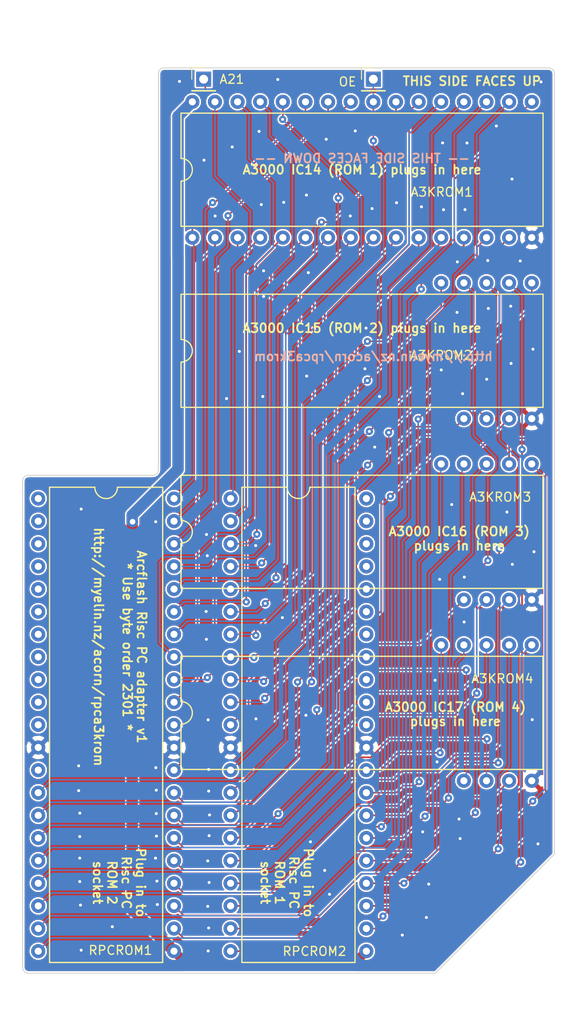
<source format=kicad_pcb>
(kicad_pcb (version 20171130) (host pcbnew "(5.0.1-3-g963ef8bb5)")
  (layers (0 F.Cu signal) (31 B.Cu signal) (34 B.Paste user) (35 F.Paste user) (36 B.SilkS user) (37 F.SilkS user) (38 B.Mask user) (39 F.Mask user) (44 Edge.Cuts user))
  (net 0 "")
  (net 1 GND)
  (net 2 5V)
  (net 3 D4)
  (net 4 D12)
  (net 5 D5)
  (net 6 D13)
  (net 7 D6)
  (net 8 D14)
  (net 9 D7)
  (net 10 D15)
  (net 11 A16)
  (net 12 A15)
  (net 13 A14)
  (net 14 A13)
  (net 15 A12)
  (net 16 A11)
  (net 17 A10)
  (net 18 A9)
  (net 19 A8)
  (net 20 A19)
  (net 21 A18)
  (net 22 A17)
  (net 23 A7)
  (net 24 A6)
  (net 25 A5)
  (net 26 A4)
  (net 27 A3)
  (net 28 A2)
  (net 29 A1)
  (net 30 A0)
  (net 31 D0)
  (net 32 D8)
  (net 33 D1)
  (net 34 D9)
  (net 35 D2)
  (net 36 D10)
  (net 37 D3)
  (net 38 D11)
  (net 39 D27)
  (net 40 D19)
  (net 41 D26)
  (net 42 D18)
  (net 43 D25)
  (net 44 D17)
  (net 45 D24)
  (net 46 D16)
  (net 47 D31)
  (net 48 D23)
  (net 49 D30)
  (net 50 D22)
  (net 51 D29)
  (net 52 D21)
  (net 53 D28)
  (net 54 D20)
  (net 55 nCS)
  (net 56 nOE)
  (module myelin-kicad:dip32_rom_data_only (layer F.Cu) (at 167.64 92.71)
    (fp_text reference A3KROM2 (at 0 0.5) (layer F.SilkS))
    (fp_text value "ROM header")
    (pad 13 thru_hole circle (at 2.54 7.62) (size 1.6 1.6) (drill 0.8) (layers *.Cu *.Mask) (net 32 D8))
    (pad 14 thru_hole circle (at 5.08 7.62) (size 1.6 1.6) (drill 0.8) (layers *.Cu *.Mask) (net 34 D9))
    (pad 15 thru_hole circle (at 7.62 7.62) (size 1.6 1.6) (drill 0.8) (layers *.Cu *.Mask) (net 36 D10))
    (pad 16 thru_hole circle (at 10.16 7.62) (size 1.6 1.6) (drill 0.8) (layers *.Cu *.Mask) (net 1 GND))
    (pad 17 thru_hole circle (at 10.16 -7.62) (size 1.6 1.6) (drill 0.8) (layers *.Cu *.Mask) (net 38 D11))
    (pad 18 thru_hole circle (at 7.62 -7.62) (size 1.6 1.6) (drill 0.8) (layers *.Cu *.Mask) (net 4 D12))
    (pad 19 thru_hole circle (at 5.08 -7.62) (size 1.6 1.6) (drill 0.8) (layers *.Cu *.Mask) (net 6 D13))
    (pad 20 thru_hole circle (at 2.54 -7.62) (size 1.6 1.6) (drill 0.8) (layers *.Cu *.Mask) (net 8 D14))
    (pad 21 thru_hole circle (at 0 -7.62) (size 1.6 1.6) (drill 0.8) (layers *.Cu *.Mask) (net 10 D15))
  )
  (module myelin-kicad:dip42_rom (layer F.Cu) (at 151.6126 137.23366 270)
    (fp_text reference RPCROM2 (at 22.87634 -1.7974) (layer F.SilkS))
    (fp_text value "ROM header")
    (pad 21 thru_hole circle (at 22.86 7.62 270) (size 1.6 1.6) (drill 0.8) (layers *.Cu *.Mask) (net 39 D27))
    (pad 20 thru_hole circle (at 20.32 7.62 270) (size 1.6 1.6) (drill 0.8) (layers *.Cu *.Mask) (net 40 D19))
    (pad 19 thru_hole circle (at 17.78 7.62 270) (size 1.6 1.6) (drill 0.8) (layers *.Cu *.Mask) (net 41 D26))
    (pad 18 thru_hole circle (at 15.24 7.62 270) (size 1.6 1.6) (drill 0.8) (layers *.Cu *.Mask) (net 42 D18))
    (pad 17 thru_hole circle (at 12.7 7.62 270) (size 1.6 1.6) (drill 0.8) (layers *.Cu *.Mask) (net 43 D25))
    (pad 16 thru_hole circle (at 10.16 7.62 270) (size 1.6 1.6) (drill 0.8) (layers *.Cu *.Mask) (net 44 D17))
    (pad 15 thru_hole circle (at 7.62 7.62 270) (size 1.6 1.6) (drill 0.8) (layers *.Cu *.Mask) (net 45 D24))
    (pad 14 thru_hole circle (at 5.08 7.62 270) (size 1.6 1.6) (drill 0.8) (layers *.Cu *.Mask) (net 46 D16))
    (pad 13 thru_hole circle (at 2.54 7.62 270) (size 1.6 1.6) (drill 0.8) (layers *.Cu *.Mask) (net 56 nOE))
    (pad 12 thru_hole circle (at 0 7.62 270) (size 1.6 1.6) (drill 0.8) (layers *.Cu *.Mask) (net 1 GND))
    (pad 11 thru_hole circle (at -2.54 7.62 270) (size 1.6 1.6) (drill 0.8) (layers *.Cu *.Mask) (net 55 nCS))
    (pad 10 thru_hole circle (at -5.08 7.62 270) (size 1.6 1.6) (drill 0.8) (layers *.Cu *.Mask) (net 30 A0))
    (pad 9 thru_hole circle (at -7.62 7.62 270) (size 1.6 1.6) (drill 0.8) (layers *.Cu *.Mask) (net 29 A1))
    (pad 8 thru_hole circle (at -10.16 7.62 270) (size 1.6 1.6) (drill 0.8) (layers *.Cu *.Mask) (net 28 A2))
    (pad 7 thru_hole circle (at -12.7 7.62 270) (size 1.6 1.6) (drill 0.8) (layers *.Cu *.Mask) (net 27 A3))
    (pad 6 thru_hole circle (at -15.24 7.62 270) (size 1.6 1.6) (drill 0.8) (layers *.Cu *.Mask) (net 26 A4))
    (pad 5 thru_hole circle (at -17.78 7.62 270) (size 1.6 1.6) (drill 0.8) (layers *.Cu *.Mask) (net 25 A5))
    (pad 4 thru_hole circle (at -20.32 7.62 270) (size 1.6 1.6) (drill 0.8) (layers *.Cu *.Mask) (net 24 A6))
    (pad 3 thru_hole circle (at -22.86 7.62 270) (size 1.6 1.6) (drill 0.8) (layers *.Cu *.Mask) (net 23 A7))
    (pad 2 thru_hole circle (at -25.4 7.62 270) (size 1.6 1.6) (drill 0.8) (layers *.Cu *.Mask) (net 22 A17))
    (pad 1 thru_hole circle (at -27.94 7.62 270) (size 1.6 1.6) (drill 0.8) (layers *.Cu *.Mask) (net 21 A18))
    (pad 42 thru_hole circle (at -27.94 -7.62 270) (size 1.6 1.6) (drill 0.8) (layers *.Cu *.Mask))
    (pad 41 thru_hole circle (at -25.4 -7.62 270) (size 1.6 1.6) (drill 0.8) (layers *.Cu *.Mask))
    (pad 40 thru_hole circle (at -22.86 -7.62 270) (size 1.6 1.6) (drill 0.8) (layers *.Cu *.Mask))
    (pad 39 thru_hole circle (at -20.32 -7.62 270) (size 1.6 1.6) (drill 0.8) (layers *.Cu *.Mask))
    (pad 38 thru_hole circle (at -17.78 -7.62 270) (size 1.6 1.6) (drill 0.8) (layers *.Cu *.Mask))
    (pad 37 thru_hole circle (at -15.24 -7.62 270) (size 1.6 1.6) (drill 0.8) (layers *.Cu *.Mask))
    (pad 36 thru_hole circle (at -12.7 -7.62 270) (size 1.6 1.6) (drill 0.8) (layers *.Cu *.Mask))
    (pad 35 thru_hole circle (at -10.16 -7.62 270) (size 1.6 1.6) (drill 0.8) (layers *.Cu *.Mask))
    (pad 34 thru_hole circle (at -7.62 -7.62 270) (size 1.6 1.6) (drill 0.8) (layers *.Cu *.Mask))
    (pad 33 thru_hole circle (at -5.08 -7.62 270) (size 1.6 1.6) (drill 0.8) (layers *.Cu *.Mask))
    (pad 32 thru_hole circle (at -2.54 -7.62 270) (size 1.6 1.6) (drill 0.8) (layers *.Cu *.Mask))
    (pad 31 thru_hole circle (at 0 -7.62 270) (size 1.6 1.6) (drill 0.8) (layers *.Cu *.Mask) (net 1 GND))
    (pad 30 thru_hole circle (at 2.54 -7.62 270) (size 1.6 1.6) (drill 0.8) (layers *.Cu *.Mask) (net 47 D31))
    (pad 29 thru_hole circle (at 5.08 -7.62 270) (size 1.6 1.6) (drill 0.8) (layers *.Cu *.Mask) (net 48 D23))
    (pad 28 thru_hole circle (at 7.62 -7.62 270) (size 1.6 1.6) (drill 0.8) (layers *.Cu *.Mask) (net 49 D30))
    (pad 27 thru_hole circle (at 10.16 -7.62 270) (size 1.6 1.6) (drill 0.8) (layers *.Cu *.Mask) (net 50 D22))
    (pad 26 thru_hole circle (at 12.7 -7.62 270) (size 1.6 1.6) (drill 0.8) (layers *.Cu *.Mask) (net 51 D29))
    (pad 25 thru_hole circle (at 15.24 -7.62 270) (size 1.6 1.6) (drill 0.8) (layers *.Cu *.Mask) (net 52 D21))
    (pad 24 thru_hole circle (at 17.78 -7.62 270) (size 1.6 1.6) (drill 0.8) (layers *.Cu *.Mask) (net 53 D28))
    (pad 23 thru_hole circle (at 20.32 -7.62 270) (size 1.6 1.6) (drill 0.8) (layers *.Cu *.Mask) (net 54 D20))
    (pad 22 thru_hole circle (at 22.86 -7.62 270) (size 1.6 1.6) (drill 0.8) (layers *.Cu *.Mask) (net 2 5V))
  )
  (module myelin-kicad:dip32_rom_data_only (layer F.Cu) (at 167.64 113.03)
    (fp_text reference A3KROM3 (at 6.62178 -3.90144) (layer F.SilkS))
    (fp_text value "ROM header")
    (pad 21 thru_hole circle (at 0 -7.62) (size 1.6 1.6) (drill 0.8) (layers *.Cu *.Mask) (net 48 D23))
    (pad 20 thru_hole circle (at 2.54 -7.62) (size 1.6 1.6) (drill 0.8) (layers *.Cu *.Mask) (net 50 D22))
    (pad 19 thru_hole circle (at 5.08 -7.62) (size 1.6 1.6) (drill 0.8) (layers *.Cu *.Mask) (net 52 D21))
    (pad 18 thru_hole circle (at 7.62 -7.62) (size 1.6 1.6) (drill 0.8) (layers *.Cu *.Mask) (net 54 D20))
    (pad 17 thru_hole circle (at 10.16 -7.62) (size 1.6 1.6) (drill 0.8) (layers *.Cu *.Mask) (net 40 D19))
    (pad 16 thru_hole circle (at 10.16 7.62) (size 1.6 1.6) (drill 0.8) (layers *.Cu *.Mask) (net 1 GND))
    (pad 15 thru_hole circle (at 7.62 7.62) (size 1.6 1.6) (drill 0.8) (layers *.Cu *.Mask) (net 42 D18))
    (pad 14 thru_hole circle (at 5.08 7.62) (size 1.6 1.6) (drill 0.8) (layers *.Cu *.Mask) (net 44 D17))
    (pad 13 thru_hole circle (at 2.54 7.62) (size 1.6 1.6) (drill 0.8) (layers *.Cu *.Mask) (net 46 D16))
  )
  (module myelin-kicad:dip32_rom_data_only (layer F.Cu) (at 167.64 133.35)
    (fp_text reference A3KROM4 (at 6.86816 -3.83794) (layer F.SilkS))
    (fp_text value "ROM header")
    (pad 13 thru_hole circle (at 2.54 7.62) (size 1.6 1.6) (drill 0.8) (layers *.Cu *.Mask) (net 45 D24))
    (pad 14 thru_hole circle (at 5.08 7.62) (size 1.6 1.6) (drill 0.8) (layers *.Cu *.Mask) (net 43 D25))
    (pad 15 thru_hole circle (at 7.62 7.62) (size 1.6 1.6) (drill 0.8) (layers *.Cu *.Mask) (net 41 D26))
    (pad 16 thru_hole circle (at 10.16 7.62) (size 1.6 1.6) (drill 0.8) (layers *.Cu *.Mask) (net 1 GND))
    (pad 17 thru_hole circle (at 10.16 -7.62) (size 1.6 1.6) (drill 0.8) (layers *.Cu *.Mask) (net 39 D27))
    (pad 18 thru_hole circle (at 7.62 -7.62) (size 1.6 1.6) (drill 0.8) (layers *.Cu *.Mask) (net 53 D28))
    (pad 19 thru_hole circle (at 5.08 -7.62) (size 1.6 1.6) (drill 0.8) (layers *.Cu *.Mask) (net 51 D29))
    (pad 20 thru_hole circle (at 2.54 -7.62) (size 1.6 1.6) (drill 0.8) (layers *.Cu *.Mask) (net 49 D30))
    (pad 21 thru_hole circle (at 0 -7.62) (size 1.6 1.6) (drill 0.8) (layers *.Cu *.Mask) (net 47 D31))
  )
  (module Connector_PinHeader_2.54mm:PinHeader_1x01_P2.54mm_Vertical (layer F.Cu) (at 140.97 62.23)
    (fp_text reference A21 (at 3.175 0) (layer F.SilkS))
    (fp_text value "")
    (pad 1 thru_hole rect (at 0 0) (size 1.7 1.7) (drill 1) (layers *.Cu *.Mask) (net 20 A19))
  )
  (module myelin-kicad:dip42_rom (layer F.Cu) (at 130.0226 137.23366 270)
    (fp_text reference RPCROM1 (at 22.76634 -1.6074 180) (layer F.SilkS))
    (fp_text value "ROM header")
    (pad 22 thru_hole circle (at 22.86 -7.62 270) (size 1.6 1.6) (drill 0.8) (layers *.Cu *.Mask) (net 2 5V))
    (pad 23 thru_hole circle (at 20.32 -7.62 270) (size 1.6 1.6) (drill 0.8) (layers *.Cu *.Mask) (net 3 D4))
    (pad 24 thru_hole circle (at 17.78 -7.62 270) (size 1.6 1.6) (drill 0.8) (layers *.Cu *.Mask) (net 4 D12))
    (pad 25 thru_hole circle (at 15.24 -7.62 270) (size 1.6 1.6) (drill 0.8) (layers *.Cu *.Mask) (net 5 D5))
    (pad 26 thru_hole circle (at 12.7 -7.62 270) (size 1.6 1.6) (drill 0.8) (layers *.Cu *.Mask) (net 6 D13))
    (pad 27 thru_hole circle (at 10.16 -7.62 270) (size 1.6 1.6) (drill 0.8) (layers *.Cu *.Mask) (net 7 D6))
    (pad 28 thru_hole circle (at 7.62 -7.62 270) (size 1.6 1.6) (drill 0.8) (layers *.Cu *.Mask) (net 8 D14))
    (pad 29 thru_hole circle (at 5.08 -7.62 270) (size 1.6 1.6) (drill 0.8) (layers *.Cu *.Mask) (net 9 D7))
    (pad 30 thru_hole circle (at 2.54 -7.62 270) (size 1.6 1.6) (drill 0.8) (layers *.Cu *.Mask) (net 10 D15))
    (pad 31 thru_hole circle (at 0 -7.62 270) (size 1.6 1.6) (drill 0.8) (layers *.Cu *.Mask) (net 1 GND))
    (pad 32 thru_hole circle (at -2.54 -7.62 270) (size 1.6 1.6) (drill 0.8) (layers *.Cu *.Mask))
    (pad 33 thru_hole circle (at -5.08 -7.62 270) (size 1.6 1.6) (drill 0.8) (layers *.Cu *.Mask) (net 11 A16))
    (pad 34 thru_hole circle (at -7.62 -7.62 270) (size 1.6 1.6) (drill 0.8) (layers *.Cu *.Mask) (net 12 A15))
    (pad 35 thru_hole circle (at -10.16 -7.62 270) (size 1.6 1.6) (drill 0.8) (layers *.Cu *.Mask) (net 13 A14))
    (pad 36 thru_hole circle (at -12.7 -7.62 270) (size 1.6 1.6) (drill 0.8) (layers *.Cu *.Mask) (net 14 A13))
    (pad 37 thru_hole circle (at -15.24 -7.62 270) (size 1.6 1.6) (drill 0.8) (layers *.Cu *.Mask) (net 15 A12))
    (pad 38 thru_hole circle (at -17.78 -7.62 270) (size 1.6 1.6) (drill 0.8) (layers *.Cu *.Mask) (net 16 A11))
    (pad 39 thru_hole circle (at -20.32 -7.62 270) (size 1.6 1.6) (drill 0.8) (layers *.Cu *.Mask) (net 17 A10))
    (pad 40 thru_hole circle (at -22.86 -7.62 270) (size 1.6 1.6) (drill 0.8) (layers *.Cu *.Mask) (net 18 A9))
    (pad 41 thru_hole circle (at -25.4 -7.62 270) (size 1.6 1.6) (drill 0.8) (layers *.Cu *.Mask) (net 19 A8))
    (pad 42 thru_hole circle (at -27.94 -7.62 270) (size 1.6 1.6) (drill 0.8) (layers *.Cu *.Mask) (net 20 A19))
    (pad 1 thru_hole circle (at -27.94 7.62 270) (size 1.6 1.6) (drill 0.8) (layers *.Cu *.Mask))
    (pad 2 thru_hole circle (at -25.4 7.62 270) (size 1.6 1.6) (drill 0.8) (layers *.Cu *.Mask))
    (pad 3 thru_hole circle (at -22.86 7.62 270) (size 1.6 1.6) (drill 0.8) (layers *.Cu *.Mask))
    (pad 4 thru_hole circle (at -20.32 7.62 270) (size 1.6 1.6) (drill 0.8) (layers *.Cu *.Mask))
    (pad 5 thru_hole circle (at -17.78 7.62 270) (size 1.6 1.6) (drill 0.8) (layers *.Cu *.Mask))
    (pad 6 thru_hole circle (at -15.24 7.62 270) (size 1.6 1.6) (drill 0.8) (layers *.Cu *.Mask))
    (pad 7 thru_hole circle (at -12.7 7.62 270) (size 1.6 1.6) (drill 0.8) (layers *.Cu *.Mask))
    (pad 8 thru_hole circle (at -10.16 7.62 270) (size 1.6 1.6) (drill 0.8) (layers *.Cu *.Mask))
    (pad 9 thru_hole circle (at -7.62 7.62 270) (size 1.6 1.6) (drill 0.8) (layers *.Cu *.Mask))
    (pad 10 thru_hole circle (at -5.08 7.62 270) (size 1.6 1.6) (drill 0.8) (layers *.Cu *.Mask))
    (pad 11 thru_hole circle (at -2.54 7.62 270) (size 1.6 1.6) (drill 0.8) (layers *.Cu *.Mask))
    (pad 12 thru_hole circle (at 0 7.62 270) (size 1.6 1.6) (drill 0.8) (layers *.Cu *.Mask) (net 1 GND))
    (pad 13 thru_hole circle (at 2.54 7.62 270) (size 1.6 1.6) (drill 0.8) (layers *.Cu *.Mask))
    (pad 14 thru_hole circle (at 5.08 7.62 270) (size 1.6 1.6) (drill 0.8) (layers *.Cu *.Mask) (net 31 D0))
    (pad 15 thru_hole circle (at 7.62 7.62 270) (size 1.6 1.6) (drill 0.8) (layers *.Cu *.Mask) (net 32 D8))
    (pad 16 thru_hole circle (at 10.16 7.62 270) (size 1.6 1.6) (drill 0.8) (layers *.Cu *.Mask) (net 33 D1))
    (pad 17 thru_hole circle (at 12.7 7.62 270) (size 1.6 1.6) (drill 0.8) (layers *.Cu *.Mask) (net 34 D9))
    (pad 18 thru_hole circle (at 15.24 7.62 270) (size 1.6 1.6) (drill 0.8) (layers *.Cu *.Mask) (net 35 D2))
    (pad 19 thru_hole circle (at 17.78 7.62 270) (size 1.6 1.6) (drill 0.8) (layers *.Cu *.Mask) (net 36 D10))
    (pad 20 thru_hole circle (at 20.32 7.62 270) (size 1.6 1.6) (drill 0.8) (layers *.Cu *.Mask) (net 37 D3))
    (pad 21 thru_hole circle (at 22.86 7.62 270) (size 1.6 1.6) (drill 0.8) (layers *.Cu *.Mask) (net 38 D11))
  )
  (module myelin-kicad:dip32_rom (layer F.Cu) (at 167.64 72.39)
    (fp_text reference A3KROM1 (at 0.06604 2.50444) (layer F.SilkS))
    (fp_text value "ROM header")
    (pad 13 thru_hole circle (at 2.54 7.62) (size 1.6 1.6) (drill 0.8) (layers *.Cu *.Mask) (net 31 D0))
    (pad 14 thru_hole circle (at 5.08 7.62) (size 1.6 1.6) (drill 0.8) (layers *.Cu *.Mask) (net 33 D1))
    (pad 15 thru_hole circle (at 7.62 7.62) (size 1.6 1.6) (drill 0.8) (layers *.Cu *.Mask) (net 35 D2))
    (pad 16 thru_hole circle (at 10.16 7.62) (size 1.6 1.6) (drill 0.8) (layers *.Cu *.Mask) (net 1 GND))
    (pad 17 thru_hole circle (at 10.16 -7.62) (size 1.6 1.6) (drill 0.8) (layers *.Cu *.Mask) (net 37 D3))
    (pad 18 thru_hole circle (at 7.62 -7.62) (size 1.6 1.6) (drill 0.8) (layers *.Cu *.Mask) (net 3 D4))
    (pad 19 thru_hole circle (at 5.08 -7.62) (size 1.6 1.6) (drill 0.8) (layers *.Cu *.Mask) (net 5 D5))
    (pad 20 thru_hole circle (at 2.54 -7.62) (size 1.6 1.6) (drill 0.8) (layers *.Cu *.Mask) (net 7 D6))
    (pad 21 thru_hole circle (at 0 -7.62) (size 1.6 1.6) (drill 0.8) (layers *.Cu *.Mask) (net 9 D7))
    (pad 22 thru_hole circle (at -2.54 -7.62) (size 1.6 1.6) (drill 0.8) (layers *.Cu *.Mask) (net 55 nCS))
    (pad 23 thru_hole circle (at -5.08 -7.62) (size 1.6 1.6) (drill 0.8) (layers *.Cu *.Mask) (net 17 A10))
    (pad 24 thru_hole circle (at -7.62 -7.62) (size 1.6 1.6) (drill 0.8) (layers *.Cu *.Mask) (net 56 nOE))
    (pad 25 thru_hole circle (at -10.16 -7.62) (size 1.6 1.6) (drill 0.8) (layers *.Cu *.Mask) (net 16 A11))
    (pad 26 thru_hole circle (at -12.7 -7.62) (size 1.6 1.6) (drill 0.8) (layers *.Cu *.Mask) (net 18 A9))
    (pad 27 thru_hole circle (at -15.24 -7.62) (size 1.6 1.6) (drill 0.8) (layers *.Cu *.Mask) (net 19 A8))
    (pad 28 thru_hole circle (at -17.78 -7.62) (size 1.6 1.6) (drill 0.8) (layers *.Cu *.Mask) (net 14 A13))
    (pad 29 thru_hole circle (at -20.32 -7.62) (size 1.6 1.6) (drill 0.8) (layers *.Cu *.Mask) (net 13 A14))
    (pad 30 thru_hole circle (at -22.86 -7.62) (size 1.6 1.6) (drill 0.8) (layers *.Cu *.Mask) (net 22 A17))
    (pad 31 thru_hole circle (at -25.4 -7.62) (size 1.6 1.6) (drill 0.8) (layers *.Cu *.Mask) (net 21 A18))
    (pad 32 thru_hole circle (at -27.94 -7.62) (size 1.6 1.6) (drill 0.8) (layers *.Cu *.Mask) (net 2 5V))
    (pad 1 thru_hole circle (at -27.94 7.62) (size 1.6 1.6) (drill 0.8) (layers *.Cu *.Mask) (net 20 A19))
    (pad 2 thru_hole circle (at -25.4 7.62) (size 1.6 1.6) (drill 0.8) (layers *.Cu *.Mask) (net 11 A16))
    (pad 3 thru_hole circle (at -22.86 7.62) (size 1.6 1.6) (drill 0.8) (layers *.Cu *.Mask) (net 12 A15))
    (pad 4 thru_hole circle (at -20.32 7.62) (size 1.6 1.6) (drill 0.8) (layers *.Cu *.Mask) (net 15 A12))
    (pad 5 thru_hole circle (at -17.78 7.62) (size 1.6 1.6) (drill 0.8) (layers *.Cu *.Mask) (net 23 A7))
    (pad 6 thru_hole circle (at -15.24 7.62) (size 1.6 1.6) (drill 0.8) (layers *.Cu *.Mask) (net 24 A6))
    (pad 7 thru_hole circle (at -12.7 7.62) (size 1.6 1.6) (drill 0.8) (layers *.Cu *.Mask) (net 25 A5))
    (pad 8 thru_hole circle (at -10.16 7.62) (size 1.6 1.6) (drill 0.8) (layers *.Cu *.Mask) (net 26 A4))
    (pad 9 thru_hole circle (at -7.62 7.62) (size 1.6 1.6) (drill 0.8) (layers *.Cu *.Mask) (net 27 A3))
    (pad 10 thru_hole circle (at -5.08 7.62) (size 1.6 1.6) (drill 0.8) (layers *.Cu *.Mask) (net 28 A2))
    (pad 11 thru_hole circle (at -2.54 7.62) (size 1.6 1.6) (drill 0.8) (layers *.Cu *.Mask) (net 29 A1))
    (pad 12 thru_hole circle (at 0 7.62) (size 1.6 1.6) (drill 0.8) (layers *.Cu *.Mask) (net 30 A0))
  )
  (module Connector_PinHeader_2.54mm:PinHeader_1x01_P2.54mm_Vertical (layer F.Cu) (at 160.02 62.23)
    (fp_text reference OE (at -2.90322 0.28956) (layer F.SilkS))
    (fp_text value "")
    (pad 1 thru_hole rect (at 0 0) (size 1.7 1.7) (drill 1) (layers *.Cu *.Mask) (net 56 nOE))
  )
  (module myelin-kicad:via_single (layer F.Cu) (at 178.8414 62.52972)
    (fp_text reference staple_single1 hide)
    (fp_text value "" hide)
    (pad 1 thru_hole circle (at 0 0) (size 0.8128 0.8128) (drill 0.3302) (layers *.Cu) (net 1 GND))
  )
  (module myelin-kicad:via_single (layer F.Cu) (at 149.29104 62.26302)
    (fp_text reference staple_single2 hide)
    (fp_text value "" hide)
    (pad 1 thru_hole circle (at 0 0) (size 0.8128 0.8128) (drill 0.3302) (layers *.Cu) (net 1 GND))
  )
  (module myelin-kicad:via_single (layer F.Cu) (at 175.58512 73.43902)
    (fp_text reference staple_single3 hide)
    (fp_text value "" hide)
    (pad 1 thru_hole circle (at 0 0) (size 0.8128 0.8128) (drill 0.3302) (layers *.Cu) (net 1 GND))
  )
  (module myelin-kicad:via_single (layer F.Cu) (at 144.17802 69.83222)
    (fp_text reference staple_single4 hide)
    (fp_text value "" hide)
    (pad 1 thru_hole circle (at 0 0) (size 0.8128 0.8128) (drill 0.3302) (layers *.Cu) (net 1 GND))
  )
  (module myelin-kicad:via_single (layer F.Cu) (at 141.00556 71.32066)
    (fp_text reference staple_single5 hide)
    (fp_text value "" hide)
    (pad 1 thru_hole circle (at 0 0) (size 0.8128 0.8128) (drill 0.3302) (layers *.Cu) (net 1 GND))
  )
  (module myelin-kicad:via_single (layer F.Cu) (at 138.25728 62.47638)
    (fp_text reference staple_single6 hide)
    (fp_text value "" hide)
    (pad 1 thru_hole circle (at 0 0) (size 0.8128 0.8128) (drill 0.3302) (layers *.Cu) (net 1 GND))
  )
  (module myelin-kicad:via_single (layer F.Cu) (at 152.50922 75.2348)
    (fp_text reference staple_single7 hide)
    (fp_text value "" hide)
    (pad 1 thru_hole circle (at 0 0) (size 0.8128 0.8128) (drill 0.3302) (layers *.Cu) (net 1 GND))
  )
  (module myelin-kicad:via_single (layer F.Cu) (at 177.93462 92.5322)
    (fp_text reference staple_single8 hide)
    (fp_text value "" hide)
    (pad 1 thru_hole circle (at 0 0) (size 0.8128 0.8128) (drill 0.3302) (layers *.Cu) (net 1 GND))
  )
  (module myelin-kicad:via_single (layer F.Cu) (at 172.7454 95.90532)
    (fp_text reference staple_single9 hide)
    (fp_text value "" hide)
    (pad 1 thru_hole circle (at 0 0) (size 0.8128 0.8128) (drill 0.3302) (layers *.Cu) (net 1 GND))
  )
  (module myelin-kicad:via_single (layer F.Cu) (at 177.85588 134.10692)
    (fp_text reference staple_single10 hide)
    (fp_text value "" hide)
    (pad 1 thru_hole circle (at 0 0) (size 0.8128 0.8128) (drill 0.3302) (layers *.Cu) (net 1 GND))
  )
  (module myelin-kicad:via_single (layer F.Cu) (at 157.99054 68.03136)
    (fp_text reference staple_single11 hide)
    (fp_text value "" hide)
    (pad 1 thru_hole circle (at 0 0) (size 0.8128 0.8128) (drill 0.3302) (layers *.Cu) (net 1 GND))
  )
  (module myelin-kicad:via_single (layer F.Cu) (at 175.47844 94.1324)
    (fp_text reference staple_single12 hide)
    (fp_text value "" hide)
    (pad 1 thru_hole circle (at 0 0) (size 0.8128 0.8128) (drill 0.3302) (layers *.Cu) (net 1 GND))
  )
  (module myelin-kicad:via_single (layer F.Cu) (at 175.44034 87.70874)
    (fp_text reference staple_single13 hide)
    (fp_text value "" hide)
    (pad 1 thru_hole circle (at 0 0) (size 0.8128 0.8128) (drill 0.3302) (layers *.Cu) (net 1 GND))
  )
  (module myelin-kicad:via_single (layer F.Cu) (at 166.23538 152.57018)
    (fp_text reference staple_single14 hide)
    (fp_text value "" hide)
    (pad 1 thru_hole circle (at 0 0) (size 0.8128 0.8128) (drill 0.3302) (layers *.Cu) (net 1 GND))
  )
  (module myelin-kicad:via_single (layer F.Cu) (at 141.53134 139.70508)
    (fp_text reference staple_single15 hide)
    (fp_text value "" hide)
    (pad 1 thru_hole circle (at 0 0) (size 0.8128 0.8128) (drill 0.3302) (layers *.Cu) (net 1 GND))
  )
  (module myelin-kicad:via_single (layer F.Cu) (at 176.50968 82.6262)
    (fp_text reference staple_single16 hide)
    (fp_text value "" hide)
    (pad 1 thru_hole circle (at 0 0) (size 0.8128 0.8128) (drill 0.3302) (layers *.Cu) (net 1 GND))
  )
  (module myelin-kicad:via_single (layer F.Cu) (at 169.41292 88.39962)
    (fp_text reference staple_single17 hide)
    (fp_text value "" hide)
    (pad 1 thru_hole circle (at 0 0) (size 0.8128 0.8128) (drill 0.3302) (layers *.Cu) (net 1 GND))
  )
  (module myelin-kicad:via_single (layer F.Cu) (at 165.9763 156.31414)
    (fp_text reference staple_single18 hide)
    (fp_text value "" hide)
    (pad 1 thru_hole circle (at 0 0) (size 0.8128 0.8128) (drill 0.3302) (layers *.Cu) (net 1 GND))
  )
  (module myelin-kicad:via_single (layer F.Cu) (at 178.50104 148.05152)
    (fp_text reference staple_single19 hide)
    (fp_text value "" hide)
    (pad 1 thru_hole circle (at 0 0) (size 0.8128 0.8128) (drill 0.3302) (layers *.Cu) (net 1 GND))
  )
  (module myelin-kicad:via_single (layer F.Cu) (at 127.06096 149.65426)
    (fp_text reference staple_single20 hide)
    (fp_text value "" hide)
    (pad 1 thru_hole circle (at 0 0) (size 0.8128 0.8128) (drill 0.3302) (layers *.Cu) (net 1 GND))
  )
  (module myelin-kicad:via_single (layer F.Cu) (at 170.0403 97.52838)
    (fp_text reference staple_single21 hide)
    (fp_text value "" hide)
    (pad 1 thru_hole circle (at 0 0) (size 0.8128 0.8128) (drill 0.3302) (layers *.Cu) (net 1 GND))
  )
  (module myelin-kicad:via_single (layer F.Cu) (at 175.01616 110.8075)
    (fp_text reference staple_single22 hide)
    (fp_text value "" hide)
    (pad 1 thru_hole circle (at 0 0) (size 0.8128 0.8128) (drill 0.3302) (layers *.Cu) (net 1 GND))
  )
  (module myelin-kicad:via_single (layer F.Cu) (at 168.81856 109.96676)
    (fp_text reference staple_single23 hide)
    (fp_text value "" hide)
    (pad 1 thru_hole circle (at 0 0) (size 0.8128 0.8128) (drill 0.3302) (layers *.Cu) (net 1 GND))
  )
  (module myelin-kicad:via_single (layer F.Cu) (at 141.58214 152.3873)
    (fp_text reference staple_single24 hide)
    (fp_text value "" hide)
    (pad 1 thru_hole circle (at 0 0) (size 0.8128 0.8128) (drill 0.3302) (layers *.Cu) (net 1 GND))
  )
  (module myelin-kicad:via_single (layer F.Cu) (at 135.56742 149.65426)
    (fp_text reference staple_single25 hide)
    (fp_text value "" hide)
    (pad 1 thru_hole circle (at 0 0) (size 0.8128 0.8128) (drill 0.3302) (layers *.Cu) (net 1 GND))
  )
  (module myelin-kicad:via_single (layer F.Cu) (at 172.92574 87.9602)
    (fp_text reference staple_single26 hide)
    (fp_text value "" hide)
    (pad 1 thru_hole circle (at 0 0) (size 0.8128 0.8128) (drill 0.3302) (layers *.Cu) (net 1 GND))
  )
  (module myelin-kicad:via_single (layer F.Cu) (at 178.05146 115.26266)
    (fp_text reference staple_single27 hide)
    (fp_text value "" hide)
    (pad 1 thru_hole circle (at 0 0) (size 0.8128 0.8128) (drill 0.3302) (layers *.Cu) (net 1 GND))
  )
  (module myelin-kicad:via_single (layer F.Cu) (at 141.478 160.06826)
    (fp_text reference staple_single28 hide)
    (fp_text value "" hide)
    (pad 1 thru_hole circle (at 0 0) (size 0.8128 0.8128) (drill 0.3302) (layers *.Cu) (net 1 GND))
  )
  (module myelin-kicad:via_single (layer F.Cu) (at 141.53134 142.12824)
    (fp_text reference staple_single29 hide)
    (fp_text value "" hide)
    (pad 1 thru_hole circle (at 0 0) (size 0.8128 0.8128) (drill 0.3302) (layers *.Cu) (net 1 GND))
  )
  (module myelin-kicad:via_single (layer F.Cu) (at 135.65124 142.0241)
    (fp_text reference staple_single30 hide)
    (fp_text value "" hide)
    (pad 1 thru_hole circle (at 0 0) (size 0.8128 0.8128) (drill 0.3302) (layers *.Cu) (net 1 GND))
  )
  (module myelin-kicad:via_single (layer F.Cu) (at 167.4622 118.36146)
    (fp_text reference staple_single31 hide)
    (fp_text value "" hide)
    (pad 1 thru_hole circle (at 0 0) (size 0.8128 0.8128) (drill 0.3302) (layers *.Cu) (net 1 GND))
  )
  (module myelin-kicad:via_single (layer F.Cu) (at 127.14224 154.91968)
    (fp_text reference staple_single32 hide)
    (fp_text value "" hide)
    (pad 1 thru_hole circle (at 0 0) (size 0.8128 0.8128) (drill 0.3302) (layers *.Cu) (net 1 GND))
  )
  (module myelin-kicad:via_single (layer F.Cu) (at 141.58214 147.1295)
    (fp_text reference staple_single33 hide)
    (fp_text value "" hide)
    (pad 1 thru_hole circle (at 0 0) (size 0.8128 0.8128) (drill 0.3302) (layers *.Cu) (net 1 GND))
  )
  (module myelin-kicad:via_single (layer F.Cu) (at 127.06096 147.2311)
    (fp_text reference staple_single34 hide)
    (fp_text value "" hide)
    (pad 1 thru_hole circle (at 0 0) (size 0.8128 0.8128) (drill 0.3302) (layers *.Cu) (net 1 GND))
  )
  (module myelin-kicad:via_single (layer F.Cu) (at 126.94158 139.2936)
    (fp_text reference staple_single35 hide)
    (fp_text value "" hide)
    (pad 1 thru_hole circle (at 0 0) (size 0.8128 0.8128) (drill 0.3302) (layers *.Cu) (net 1 GND))
  )
  (module myelin-kicad:via_single (layer F.Cu) (at 141.53134 157.49016)
    (fp_text reference staple_single36 hide)
    (fp_text value "" hide)
    (pad 1 thru_hole circle (at 0 0) (size 0.8128 0.8128) (drill 0.3302) (layers *.Cu) (net 1 GND))
  )
  (module myelin-kicad:via_single (layer F.Cu) (at 141.4272 149.96414)
    (fp_text reference staple_single37 hide)
    (fp_text value "" hide)
    (pad 1 thru_hole circle (at 0 0) (size 0.8128 0.8128) (drill 0.3302) (layers *.Cu) (net 1 GND))
  )
  (module myelin-kicad:via_single (layer F.Cu) (at 135.60298 139.49934)
    (fp_text reference staple_single38 hide)
    (fp_text value "" hide)
    (pad 1 thru_hole circle (at 0 0) (size 0.8128 0.8128) (drill 0.3302) (layers *.Cu) (net 1 GND))
  )
  (module myelin-kicad:via_single (layer F.Cu) (at 135.65124 144.653)
    (fp_text reference staple_single39 hide)
    (fp_text value "" hide)
    (pad 1 thru_hole circle (at 0 0) (size 0.8128 0.8128) (drill 0.3302) (layers *.Cu) (net 1 GND))
  )
  (module myelin-kicad:via_single (layer F.Cu) (at 126.94158 142.07744)
    (fp_text reference staple_single40 hide)
    (fp_text value "" hide)
    (pad 1 thru_hole circle (at 0 0) (size 0.8128 0.8128) (drill 0.3302) (layers *.Cu) (net 1 GND))
  )
  (module myelin-kicad:via_single (layer F.Cu) (at 141.4272 155.067)
    (fp_text reference staple_single41 hide)
    (fp_text value "" hide)
    (pad 1 thru_hole circle (at 0 0) (size 0.8128 0.8128) (drill 0.3302) (layers *.Cu) (net 1 GND))
  )
  (module myelin-kicad:via_single (layer F.Cu) (at 141.63294 144.80794)
    (fp_text reference staple_single42 hide)
    (fp_text value "" hide)
    (pad 1 thru_hole circle (at 0 0) (size 0.8128 0.8128) (drill 0.3302) (layers *.Cu) (net 1 GND))
  )
  (module myelin-kicad:via_single (layer F.Cu) (at 127.06858 144.6022)
    (fp_text reference staple_single43 hide)
    (fp_text value "" hide)
    (pad 1 thru_hole circle (at 0 0) (size 0.8128 0.8128) (drill 0.3302) (layers *.Cu) (net 1 GND))
  )
  (module myelin-kicad:via_single (layer F.Cu) (at 135.67156 147.1803)
    (fp_text reference staple_single44 hide)
    (fp_text value "" hide)
    (pad 1 thru_hole circle (at 0 0) (size 0.8128 0.8128) (drill 0.3302) (layers *.Cu) (net 1 GND))
  )
  (module myelin-kicad:via_single (layer F.Cu) (at 130.71856 157.35046)
    (fp_text reference staple_single45 hide)
    (fp_text value "" hide)
    (pad 1 thru_hole circle (at 0 0) (size 0.8128 0.8128) (drill 0.3302) (layers *.Cu) (net 1 GND))
  )
  (module myelin-kicad:via_single (layer F.Cu) (at 135.77316 154.86126)
    (fp_text reference staple_single46 hide)
    (fp_text value "" hide)
    (pad 1 thru_hole circle (at 0 0) (size 0.8128 0.8128) (drill 0.3302) (layers *.Cu) (net 1 GND))
  )
  (module myelin-kicad:via_single (layer F.Cu) (at 127.06096 152.28316)
    (fp_text reference staple_single47 hide)
    (fp_text value "" hide)
    (pad 1 thru_hole circle (at 0 0) (size 0.8128 0.8128) (drill 0.3302) (layers *.Cu) (net 1 GND))
  )
  (module myelin-kicad:via_single (layer F.Cu) (at 127.22098 159.98444)
    (fp_text reference staple_single48 hide)
    (fp_text value "" hide)
    (pad 1 thru_hole circle (at 0 0) (size 0.8128 0.8128) (drill 0.3302) (layers *.Cu) (net 1 GND))
  )
  (module myelin-kicad:via_single (layer F.Cu) (at 135.72236 152.23236)
    (fp_text reference staple_single49 hide)
    (fp_text value "" hide)
    (pad 1 thru_hole circle (at 0 0) (size 0.8128 0.8128) (drill 0.3302) (layers *.Cu) (net 1 GND))
  )
  (module myelin-kicad:via_single (layer F.Cu) (at 127.22352 110.47476)
    (fp_text reference staple_single50 hide)
    (fp_text value "" hide)
    (pad 1 thru_hole circle (at 0 0) (size 0.8128 0.8128) (drill 0.3302) (layers *.Cu) (net 1 GND))
  )
  (module myelin-kicad:via_single (layer F.Cu) (at 167.64 94.86)
    (fp_text reference staple_single51 hide)
    (fp_text value "" hide)
    (pad 1 thru_hole circle (at 0 0) (size 0.8128 0.8128) (drill 0.3302) (layers *.Cu) (net 1 GND))
  )
  (module myelin-kicad:via_single (layer F.Cu) (at 170.21 123.15)
    (fp_text reference staple_single52 hide)
    (fp_text value "" hide)
    (pad 1 thru_hole circle (at 0 0) (size 0.8128 0.8128) (drill 0.3302) (layers *.Cu) (net 1 GND))
  )
  (module myelin-kicad:via_single (layer F.Cu) (at 147.7 83.73)
    (fp_text reference staple_single53 hide)
    (fp_text value "" hide)
    (pad 1 thru_hole circle (at 0 0) (size 0.8128 0.8128) (drill 0.3302) (layers *.Cu) (net 1 GND))
  )
  (module myelin-kicad:via_single (layer F.Cu) (at 160.71 97.84)
    (fp_text reference staple_single54 hide)
    (fp_text value "" hide)
    (pad 1 thru_hole circle (at 0 0) (size 0.8128 0.8128) (drill 0.3302) (layers *.Cu) (net 1 GND))
  )
  (module myelin-kicad:via_single (layer F.Cu) (at 159.07 94.73)
    (fp_text reference staple_single55 hide)
    (fp_text value "" hide)
    (pad 1 thru_hole circle (at 0 0) (size 0.8128 0.8128) (drill 0.3302) (layers *.Cu) (net 1 GND))
  )
  (module myelin-kicad:via_single (layer F.Cu) (at 162.6235 76.09332)
    (fp_text reference staple_single56 hide)
    (fp_text value "" hide)
    (pad 1 thru_hole circle (at 0 0) (size 0.8128 0.8128) (drill 0.3302) (layers *.Cu) (net 1 GND))
  )
  (module myelin-kicad:via_single (layer F.Cu) (at 141.25 121.97)
    (fp_text reference staple_single57 hide)
    (fp_text value "" hide)
    (pad 1 thru_hole circle (at 0 0) (size 0.8128 0.8128) (drill 0.3302) (layers *.Cu) (net 1 GND))
  )
  (module myelin-kicad:via_single (layer F.Cu) (at 141.28 125.09)
    (fp_text reference staple_single58 hide)
    (fp_text value "" hide)
    (pad 1 thru_hole circle (at 0 0) (size 0.8128 0.8128) (drill 0.3302) (layers *.Cu) (net 1 GND))
  )
  (module myelin-kicad:via_single (layer F.Cu) (at 163.27 158.29)
    (fp_text reference staple_single59 hide)
    (fp_text value "" hide)
    (pad 1 thru_hole circle (at 0 0) (size 0.8128 0.8128) (drill 0.3302) (layers *.Cu) (net 1 GND))
  )
  (module myelin-kicad:via_single (layer F.Cu) (at 147.193 68.08724)
    (fp_text reference staple_single60 hide)
    (fp_text value "" hide)
    (pad 1 thru_hole circle (at 0 0) (size 0.8128 0.8128) (drill 0.3302) (layers *.Cu) (net 1 GND))
  )
  (module myelin-kicad:via_single (layer F.Cu) (at 160.17 103.52)
    (fp_text reference staple_single61 hide)
    (fp_text value "" hide)
    (pad 1 thru_hole circle (at 0 0) (size 0.8128 0.8128) (drill 0.3302) (layers *.Cu) (net 1 GND))
  )
  (module myelin-kicad:via_single (layer F.Cu) (at 159.2 90.17)
    (fp_text reference staple_single62 hide)
    (fp_text value "" hide)
    (pad 1 thru_hole circle (at 0 0) (size 0.8128 0.8128) (drill 0.3302) (layers *.Cu) (net 1 GND))
  )
  (module myelin-kicad:via_single (layer F.Cu) (at 146.81 114.57)
    (fp_text reference staple_single63 hide)
    (fp_text value "" hide)
    (pad 1 thru_hole circle (at 0 0) (size 0.8128 0.8128) (drill 0.3302) (layers *.Cu) (net 1 GND))
  )
  (module myelin-kicad:via_single (layer F.Cu) (at 170.307 76.86802)
    (fp_text reference staple_single64 hide)
    (fp_text value "" hide)
    (pad 1 thru_hole circle (at 0 0) (size 0.8128 0.8128) (drill 0.3302) (layers *.Cu) (net 1 GND))
  )
  (module myelin-kicad:via_single (layer F.Cu) (at 144.98 92.78)
    (fp_text reference staple_single65 hide)
    (fp_text value "" hide)
    (pad 1 thru_hole circle (at 0 0) (size 0.8128 0.8128) (drill 0.3302) (layers *.Cu) (net 1 GND))
  )
  (module myelin-kicad:via_single (layer F.Cu) (at 152.53 95.55)
    (fp_text reference staple_single66 hide)
    (fp_text value "" hide)
    (pad 1 thru_hole circle (at 0 0) (size 0.8128 0.8128) (drill 0.3302) (layers *.Cu) (net 1 GND))
  )
  (module myelin-kicad:via_single (layer F.Cu) (at 147.7 86.61)
    (fp_text reference staple_single67 hide)
    (fp_text value "" hide)
    (pad 1 thru_hole circle (at 0 0) (size 0.8128 0.8128) (drill 0.3302) (layers *.Cu) (net 1 GND))
  )
  (module myelin-kicad:via_single (layer F.Cu) (at 167.78986 69.37756)
    (fp_text reference staple_single68 hide)
    (fp_text value "" hide)
    (pad 1 thru_hole circle (at 0 0) (size 0.8128 0.8128) (drill 0.3302) (layers *.Cu) (net 1 GND))
  )
  (module myelin-kicad:via_single (layer F.Cu) (at 143.54 98.07)
    (fp_text reference staple_single69 hide)
    (fp_text value "" hide)
    (pad 1 thru_hole circle (at 0 0) (size 0.8128 0.8128) (drill 0.3302) (layers *.Cu) (net 1 GND))
  )
  (module myelin-kicad:via_single (layer F.Cu) (at 147.61 97.84)
    (fp_text reference staple_single70 hide)
    (fp_text value "" hide)
    (pad 1 thru_hole circle (at 0 0) (size 0.8128 0.8128) (drill 0.3302) (layers *.Cu) (net 1 GND))
  )
  (module myelin-kicad:via_single (layer F.Cu) (at 159.88 76.75)
    (fp_text reference staple_single71 hide)
    (fp_text value "" hide)
    (pad 1 thru_hole circle (at 0 0) (size 0.8128 0.8128) (drill 0.3302) (layers *.Cu) (net 1 GND))
  )
  (module myelin-kicad:via_single (layer F.Cu) (at 167.9 76.88)
    (fp_text reference staple_single72 hide)
    (fp_text value "" hide)
    (pad 1 thru_hole circle (at 0 0) (size 0.8128 0.8128) (drill 0.3302) (layers *.Cu) (net 1 GND))
  )
  (module myelin-kicad:via_single (layer F.Cu) (at 142.26 77.58)
    (fp_text reference staple_single73 hide)
    (fp_text value "" hide)
    (pad 1 thru_hole circle (at 0 0) (size 0.8128 0.8128) (drill 0.3302) (layers *.Cu) (net 1 GND))
  )
  (module myelin-kicad:via_single (layer F.Cu) (at 172.86 82.58)
    (fp_text reference staple_single74 hide)
    (fp_text value "" hide)
    (pad 1 thru_hole circle (at 0 0) (size 0.8128 0.8128) (drill 0.3302) (layers *.Cu) (net 1 GND))
  )
  (module myelin-kicad:via_single (layer F.Cu) (at 149.96 76.05)
    (fp_text reference staple_single75 hide)
    (fp_text value "" hide)
    (pad 1 thru_hole circle (at 0 0) (size 0.8128 0.8128) (drill 0.3302) (layers *.Cu) (net 1 GND))
  )
  (module myelin-kicad:via_single (layer F.Cu) (at 141.29 113.33)
    (fp_text reference staple_single76 hide)
    (fp_text value "" hide)
    (pad 1 thru_hole circle (at 0 0) (size 0.8128 0.8128) (drill 0.3302) (layers *.Cu) (net 1 GND))
  )
  (module myelin-kicad:via_single (layer F.Cu) (at 165.42 76.55)
    (fp_text reference staple_single77 hide)
    (fp_text value "" hide)
    (pad 1 thru_hole circle (at 0 0) (size 0.8128 0.8128) (drill 0.3302) (layers *.Cu) (net 1 GND))
  )
  (module myelin-kicad:via_single (layer F.Cu) (at 147.44 76.3)
    (fp_text reference staple_single78 hide)
    (fp_text value "" hide)
    (pad 1 thru_hole circle (at 0 0) (size 0.8128 0.8128) (drill 0.3302) (layers *.Cu) (net 1 GND))
  )
  (module myelin-kicad:via_single (layer F.Cu) (at 175.62 116.68)
    (fp_text reference staple_single79 hide)
    (fp_text value "" hide)
    (pad 1 thru_hole circle (at 0 0) (size 0.8128 0.8128) (drill 0.3302) (layers *.Cu) (net 1 GND))
  )
  (module myelin-kicad:via_single (layer F.Cu) (at 141.38 115.71)
    (fp_text reference staple_single80 hide)
    (fp_text value "" hide)
    (pad 1 thru_hole circle (at 0 0) (size 0.8128 0.8128) (drill 0.3302) (layers *.Cu) (net 1 GND))
  )
  (module myelin-kicad:via_single (layer F.Cu) (at 169.45 82.73)
    (fp_text reference staple_single81 hide)
    (fp_text value "" hide)
    (pad 1 thru_hole circle (at 0 0) (size 0.8128 0.8128) (drill 0.3302) (layers *.Cu) (net 1 GND))
  )
  (module myelin-kicad:via_single (layer F.Cu) (at 154.73 68.97)
    (fp_text reference staple_single82 hide)
    (fp_text value "" hide)
    (pad 1 thru_hole circle (at 0 0) (size 0.8128 0.8128) (drill 0.3302) (layers *.Cu) (net 1 GND))
  )
  (module myelin-kicad:via_single (layer F.Cu) (at 135.59 111.9)
    (fp_text reference staple_single83 hide)
    (fp_text value "" hide)
    (pad 1 thru_hole circle (at 0 0) (size 0.8128 0.8128) (drill 0.3302) (layers *.Cu) (net 1 GND))
  )
  (module myelin-kicad:via_single (layer F.Cu) (at 146.84 134.02)
    (fp_text reference staple_single84 hide)
    (fp_text value "" hide)
    (pad 1 thru_hole circle (at 0 0) (size 0.8128 0.8128) (drill 0.3302) (layers *.Cu) (net 1 GND))
  )
  (module myelin-kicad:via_single (layer F.Cu) (at 152.72 83.94)
    (fp_text reference staple_single85 hide)
    (fp_text value "" hide)
    (pad 1 thru_hole circle (at 0 0) (size 0.8128 0.8128) (drill 0.3302) (layers *.Cu) (net 1 GND))
  )
  (module myelin-kicad:via_single (layer F.Cu) (at 173.83 67.48)
    (fp_text reference staple_single86 hide)
    (fp_text value "" hide)
    (pad 1 thru_hole circle (at 0 0) (size 0.8128 0.8128) (drill 0.3302) (layers *.Cu) (net 1 GND))
  )
  (module myelin-kicad:via_single (layer F.Cu) (at 170.23 118.11)
    (fp_text reference staple_single87 hide)
    (fp_text value "" hide)
    (pad 1 thru_hole circle (at 0 0) (size 0.8128 0.8128) (drill 0.3302) (layers *.Cu) (net 1 GND))
  )
  (module myelin-kicad:via_single (layer F.Cu) (at 141.47 134.13)
    (fp_text reference staple_single88 hide)
    (fp_text value "" hide)
    (pad 1 thru_hole circle (at 0 0) (size 0.8128 0.8128) (drill 0.3302) (layers *.Cu) (net 1 GND))
  )
  (module myelin-kicad:via_single (layer F.Cu) (at 157.43 77.58)
    (fp_text reference staple_single89 hide)
    (fp_text value "" hide)
    (pad 1 thru_hole circle (at 0 0) (size 0.8128 0.8128) (drill 0.3302) (layers *.Cu) (net 1 GND))
  )
  (module myelin-kicad:via_single (layer F.Cu) (at 170.53 69.39)
    (fp_text reference staple_single90 hide)
    (fp_text value "" hide)
    (pad 1 thru_hole circle (at 0 0) (size 0.8128 0.8128) (drill 0.3302) (layers *.Cu) (net 1 GND))
  )
  (module myelin-kicad:via_single (layer F.Cu) (at 169.76 147.46)
    (fp_text reference staple_single91 hide)
    (fp_text value "" hide)
    (pad 1 thru_hole circle (at 0 0) (size 0.8128 0.8128) (drill 0.3302) (layers *.Cu) (net 1 GND))
  )
  (module myelin-kicad:via_single (layer F.Cu) (at 165.56 146.7)
    (fp_text reference staple_single92 hide)
    (fp_text value "" hide)
    (pad 1 thru_hole circle (at 0 0) (size 0.8128 0.8128) (drill 0.3302) (layers *.Cu) (net 1 GND))
  )
  (module myelin-kicad:via_single (layer F.Cu) (at 169.64 145.27)
    (fp_text reference staple_single93 hide)
    (fp_text value "" hide)
    (pad 1 thru_hole circle (at 0 0) (size 0.8128 0.8128) (drill 0.3302) (layers *.Cu) (net 1 GND))
  )
  (module myelin-kicad:via_single (layer F.Cu) (at 167.17 138.85)
    (fp_text reference staple_single94 hide)
    (fp_text value "" hide)
    (pad 1 thru_hole circle (at 0 0) (size 0.8128 0.8128) (drill 0.3302) (layers *.Cu) (net 1 GND))
  )
  (module myelin-kicad:via_single (layer F.Cu) (at 152.96 147.82)
    (fp_text reference staple_single95 hide)
    (fp_text value "" hide)
    (pad 1 thru_hole circle (at 0 0) (size 0.8128 0.8128) (drill 0.3302) (layers *.Cu) (net 1 GND))
  )
  (module myelin-kicad:via_single (layer F.Cu) (at 166.95 129.69)
    (fp_text reference staple_single96 hide)
    (fp_text value "" hide)
    (pad 1 thru_hole circle (at 0 0) (size 0.8128 0.8128) (drill 0.3302) (layers *.Cu) (net 1 GND))
  )
  (module myelin-kicad:via_single (layer F.Cu) (at 155.1 153.71)
    (fp_text reference staple_single97 hide)
    (fp_text value "" hide)
    (pad 1 thru_hole circle (at 0 0) (size 0.8128 0.8128) (drill 0.3302) (layers *.Cu) (net 1 GND))
  )
  (module myelin-kicad:via_single (layer F.Cu) (at 154.56 151.03)
    (fp_text reference staple_single98 hide)
    (fp_text value "" hide)
    (pad 1 thru_hole circle (at 0 0) (size 0.8128 0.8128) (drill 0.3302) (layers *.Cu) (net 1 GND))
  )
  (module myelin-kicad:via_single (layer F.Cu) (at 149.81 122.66)
    (fp_text reference staple_single99 hide)
    (fp_text value "" hide)
    (pad 1 thru_hole circle (at 0 0) (size 0.8128 0.8128) (drill 0.3302) (layers *.Cu) (net 1 GND))
  )
  (module myelin-kicad:via_single (layer F.Cu) (at 152.45 133.62)
    (fp_text reference staple_single100 hide)
    (fp_text value "" hide)
    (pad 1 thru_hole circle (at 0 0) (size 0.8128 0.8128) (drill 0.3302) (layers *.Cu) (net 1 GND))
  )
  (gr_text "Arcflash Risc PC adapter v1\n* Use byte order 2301 *\n\nhttp://myelin.nz/acorn/rpca3krom" (at 131.6 125.94 270) (layer F.SilkS) (effects (font (size 1 1) (thickness 0.2))))
  (gr_text "Plug in to\nRisc PC\nROM 1\nsocket" (at 150.31 152.4 270) (layer F.SilkS) (effects (font (size 1 1) (thickness 0.2))))
  (gr_text "Plug in to\nRisc PC\nROM 2\nsocket" (at 131.49 152.4 270) (layer F.SilkS) (effects (font (size 1 1) (thickness 0.2))))
  (gr_arc (start 121.285 161.925) (end 120.65 161.925) (angle -90) (layer Edge.Cuts) (width 0.1))
  (gr_arc (start 121.285 107.315) (end 121.285 106.68) (angle -90) (layer Edge.Cuts) (width 0.1))
  (gr_line (start 180.34 149.225) (end 167.005 162.56) (layer Edge.Cuts) (width 0.1))
  (gr_arc (start 135.255 106.045) (end 135.255 106.68) (angle -90) (layer Edge.Cuts) (width 0.1))
  (gr_line (start 121.285 106.68) (end 135.255 106.68) (layer Edge.Cuts) (width 0.1))
  (gr_line (start 120.65 161.925) (end 120.65 107.315) (layer Edge.Cuts) (width 0.1))
  (gr_line (start 167.005 162.56) (end 121.285 162.56) (layer Edge.Cuts) (width 0.1))
  (gr_text http://myelin.nz/acorn/rpca3krom (at 160.02 93.345) (layer B.SilkS) (effects (font (size 1 1) (thickness 0.2)) (justify mirror)))
  (gr_text "A3000 IC17 (ROM 4)\nplugs in here" (at 169.23004 133.5024) (layer F.SilkS) (effects (font (size 1 1) (thickness 0.2))))
  (gr_text "A3000 IC16 (ROM 3)\nplugs in here" (at 169.6593 113.79454) (layer F.SilkS) (effects (font (size 1 1) (thickness 0.2))))
  (gr_text "A3000 IC15 (ROM 2) plugs in here" (at 158.75 90.17) (layer F.SilkS) (effects (font (size 1 1) (thickness 0.2))))
  (gr_text "A3000 IC14 (ROM 1) plugs in here" (at 158.75 72.39) (layer F.SilkS) (effects (font (size 1 1) (thickness 0.2))))
  (gr_text "-- THIS SIDE FACES DOWN --" (at 158.75 71.12) (layer B.SilkS) (effects (font (size 1 1) (thickness 0.2)) (justify mirror)))
  (gr_text "THIS SIDE FACES UP" (at 171.0817 62.4459) (layer F.SilkS) (effects (font (size 1 1) (thickness 0.2))))
  (gr_arc (start 136.525 61.595) (end 136.525 60.96) (angle -90) (layer Edge.Cuts) (width 0.1))
  (gr_arc (start 179.705 61.595) (end 180.34 61.595) (angle -90) (layer Edge.Cuts) (width 0.1))
  (gr_line (start 136.525 60.96) (end 179.705 60.96) (layer Edge.Cuts) (width 0.1))
  (gr_line (start 135.89 106.045) (end 135.89 61.595) (layer Edge.Cuts) (width 0.1))
  (gr_line (start 180.34 61.595) (end 180.34 149.225) (layer Edge.Cuts) (width 0.1))
  (via (at 132.98932 111.89462) (size 1.016) (drill 0.635) (layers F.Cu B.Cu) (net 2))
  (segment (start 132.94614 111.15386) (end 132.94614 155.45054) (width 1.27) (layer F.Cu) (net 2))
  (segment (start 138.087199 66.382801) (end 138.087199 82.072579) (width 1.27) (layer F.Cu) (net 2))
  (segment (start 138.0998 82.08518) (end 138.0998 106.0002) (width 1.27) (layer F.Cu) (net 2))
  (segment (start 138.0998 106.0002) (end 132.94614 111.15386) (width 1.27) (layer F.Cu) (net 2))
  (segment (start 138.087199 82.072579) (end 138.0998 82.08518) (width 1.27) (layer F.Cu) (net 2))
  (segment (start 139.7 64.77) (end 138.087199 66.382801) (width 1.27) (layer F.Cu) (net 2))
  (segment (start 132.94 111.8453) (end 132.98932 111.89462) (width 1.27) (layer B.Cu) (net 2))
  (segment (start 132.94 111.16) (end 132.94 111.8453) (width 1.27) (layer B.Cu) (net 2))
  (segment (start 138.087199 106.012801) (end 132.94 111.16) (width 1.27) (layer B.Cu) (net 2))
  (segment (start 138.087199 66.382801) (end 138.087199 106.012801) (width 1.27) (layer B.Cu) (net 2))
  (segment (start 139.7 64.77) (end 138.087199 66.382801) (width 1.27) (layer B.Cu) (net 2))
  (segment (start 132.99948 155.45054) (end 137.6426 160.09366) (width 1.27) (layer F.Cu) (net 2))
  (segment (start 132.94614 155.45054) (end 132.99948 155.45054) (width 1.27) (layer F.Cu) (net 2))
  (segment (start 158.432601 160.893659) (end 159.2326 160.09366) (width 1.016) (layer F.Cu) (net 2))
  (segment (start 157.746799 161.579461) (end 158.432601 160.893659) (width 1.016) (layer F.Cu) (net 2))
  (segment (start 139.128401 161.579461) (end 157.746799 161.579461) (width 1.016) (layer F.Cu) (net 2))
  (segment (start 137.6426 160.09366) (end 139.128401 161.579461) (width 1.016) (layer F.Cu) (net 2))
  (via (at 161.10204 156.16428) (size 0.8128) (drill 0.3302) (layers F.Cu B.Cu) (net 3))
  (segment (start 164.0967 115.23726) (end 164.0967 149.33422) (width 0.1778) (layer B.Cu) (net 3))
  (segment (start 166.19982 89.32418) (end 166.19982 113.13414) (width 0.1778) (layer B.Cu) (net 3))
  (segment (start 166.19982 113.13414) (end 164.0967 115.23726) (width 0.1778) (layer B.Cu) (net 3))
  (segment (start 171.61256 68.41744) (end 171.61256 81.81848) (width 0.1778) (layer B.Cu) (net 3))
  (segment (start 169.113299 86.410701) (end 166.19982 89.32418) (width 0.1778) (layer B.Cu) (net 3))
  (segment (start 161.508439 155.757881) (end 161.10204 156.16428) (width 0.1778) (layer B.Cu) (net 3))
  (segment (start 161.508439 151.922481) (end 161.508439 155.757881) (width 0.1778) (layer B.Cu) (net 3))
  (segment (start 169.113299 84.317741) (end 169.113299 86.410701) (width 0.1778) (layer B.Cu) (net 3))
  (segment (start 164.0967 149.33422) (end 161.508439 151.922481) (width 0.1778) (layer B.Cu) (net 3))
  (segment (start 171.61256 81.81848) (end 169.113299 84.317741) (width 0.1778) (layer B.Cu) (net 3))
  (segment (start 175.26 64.77) (end 171.61256 68.41744) (width 0.1778) (layer B.Cu) (net 3))
  (segment (start 158.720583 156.486959) (end 159.744617 156.486959) (width 0.1778) (layer F.Cu) (net 3))
  (segment (start 159.747058 156.4894) (end 160.77692 156.4894) (width 0.1778) (layer F.Cu) (net 3))
  (segment (start 156.587181 158.620361) (end 158.720583 156.486959) (width 0.1778) (layer F.Cu) (net 3))
  (segment (start 138.709301 158.620361) (end 156.587181 158.620361) (width 0.1778) (layer F.Cu) (net 3))
  (segment (start 159.744617 156.486959) (end 159.747058 156.4894) (width 0.1778) (layer F.Cu) (net 3))
  (segment (start 160.77692 156.4894) (end 161.10204 156.16428) (width 0.1778) (layer F.Cu) (net 3))
  (segment (start 137.6426 157.55366) (end 138.709301 158.620361) (width 0.1778) (layer F.Cu) (net 3))
  (via (at 176.710341 103.79456) (size 0.8128) (drill 0.3302) (layers F.Cu B.Cu) (net 4))
  (segment (start 176.710341 86.540341) (end 176.710341 103.219824) (width 0.1778) (layer B.Cu) (net 4))
  (segment (start 175.26 85.09) (end 176.710341 86.540341) (width 0.1778) (layer B.Cu) (net 4))
  (segment (start 176.710341 103.219824) (end 176.710341 103.79456) (width 0.1778) (layer B.Cu) (net 4))
  (segment (start 138.709301 156.080361) (end 137.6426 155.01366) (width 0.1778) (layer F.Cu) (net 4))
  (segment (start 153.992679 156.080361) (end 138.709301 156.080361) (width 0.1778) (layer F.Cu) (net 4))
  (segment (start 166.9161 151.39924) (end 158.6738 151.39924) (width 0.1778) (layer F.Cu) (net 4))
  (segment (start 158.6738 151.39924) (end 153.992679 156.080361) (width 0.1778) (layer F.Cu) (net 4))
  (segment (start 176.710341 141.604999) (end 166.9161 151.39924) (width 0.1778) (layer F.Cu) (net 4))
  (segment (start 176.710341 103.79456) (end 176.710341 141.604999) (width 0.1778) (layer F.Cu) (net 4))
  (via (at 160.91916 146.1262) (size 0.8128) (drill 0.3302) (layers F.Cu B.Cu) (net 5))
  (segment (start 161.691319 145.354041) (end 161.325559 145.719801) (width 0.1778) (layer B.Cu) (net 5))
  (segment (start 161.691319 111.605061) (end 161.691319 145.354041) (width 0.1778) (layer B.Cu) (net 5))
  (segment (start 161.325559 145.719801) (end 160.91916 146.1262) (width 0.1778) (layer B.Cu) (net 5))
  (segment (start 172.72 64.77) (end 169.09796 68.39204) (width 0.1778) (layer B.Cu) (net 5))
  (segment (start 163.0553 110.24108) (end 161.691319 111.605061) (width 0.1778) (layer B.Cu) (net 5))
  (segment (start 163.0553 86.173418) (end 163.0553 110.24108) (width 0.1778) (layer B.Cu) (net 5))
  (segment (start 169.09796 80.130758) (end 163.0553 86.173418) (width 0.1778) (layer B.Cu) (net 5))
  (segment (start 169.09796 68.39204) (end 169.09796 80.130758) (width 0.1778) (layer B.Cu) (net 5))
  (segment (start 160.344424 146.1262) (end 160.91916 146.1262) (width 0.1778) (layer F.Cu) (net 5))
  (segment (start 158.1023 146.32432) (end 160.146304 146.32432) (width 0.1778) (layer F.Cu) (net 5))
  (segment (start 150.886259 153.540361) (end 158.1023 146.32432) (width 0.1778) (layer F.Cu) (net 5))
  (segment (start 137.6426 152.47366) (end 138.709301 153.540361) (width 0.1778) (layer F.Cu) (net 5))
  (segment (start 138.709301 153.540361) (end 150.886259 153.540361) (width 0.1778) (layer F.Cu) (net 5))
  (segment (start 160.146304 146.32432) (end 160.344424 146.1262) (width 0.1778) (layer F.Cu) (net 5))
  (via (at 174.13986 114.935) (size 0.8128) (drill 0.3302) (layers F.Cu B.Cu) (net 6))
  (segment (start 176.34712 112.72774) (end 174.13986 114.935) (width 0.1778) (layer B.Cu) (net 6))
  (segment (start 176.34712 104.918402) (end 176.34712 112.72774) (width 0.1778) (layer B.Cu) (net 6))
  (segment (start 174.13986 102.711142) (end 176.34712 104.918402) (width 0.1778) (layer B.Cu) (net 6))
  (segment (start 174.13986 86.50986) (end 174.13986 102.711142) (width 0.1778) (layer B.Cu) (net 6))
  (segment (start 172.72 85.09) (end 174.13986 86.50986) (width 0.1778) (layer B.Cu) (net 6))
  (segment (start 174.13986 115.509736) (end 174.13986 114.935) (width 0.1778) (layer F.Cu) (net 6))
  (segment (start 174.193299 120.137983) (end 174.20082 120.130462) (width 0.1778) (layer F.Cu) (net 6))
  (segment (start 174.193299 121.162017) (end 174.193299 120.137983) (width 0.1778) (layer F.Cu) (net 6))
  (segment (start 174.20082 120.130462) (end 174.20082 115.570696) (width 0.1778) (layer F.Cu) (net 6))
  (segment (start 174.20082 121.169538) (end 174.193299 121.162017) (width 0.1778) (layer F.Cu) (net 6))
  (segment (start 174.20082 125.210462) (end 174.20082 121.169538) (width 0.1778) (layer F.Cu) (net 6))
  (segment (start 174.193299 126.242017) (end 174.193299 125.217983) (width 0.1778) (layer F.Cu) (net 6))
  (segment (start 174.193299 125.217983) (end 174.20082 125.210462) (width 0.1778) (layer F.Cu) (net 6))
  (segment (start 174.20082 136.79424) (end 174.20082 126.249538) (width 0.1778) (layer F.Cu) (net 6))
  (segment (start 172.93336 138.0617) (end 174.20082 136.79424) (width 0.1778) (layer F.Cu) (net 6))
  (segment (start 167.3733 139.88542) (end 169.19702 138.0617) (width 0.1778) (layer F.Cu) (net 6))
  (segment (start 174.20082 115.570696) (end 174.13986 115.509736) (width 0.1778) (layer F.Cu) (net 6))
  (segment (start 163.2077 139.88542) (end 167.3733 139.88542) (width 0.1778) (layer F.Cu) (net 6))
  (segment (start 174.20082 126.249538) (end 174.193299 126.242017) (width 0.1778) (layer F.Cu) (net 6))
  (segment (start 162.252759 140.840361) (end 163.2077 139.88542) (width 0.1778) (layer F.Cu) (net 6))
  (segment (start 169.19702 138.0617) (end 172.93336 138.0617) (width 0.1778) (layer F.Cu) (net 6))
  (segment (start 147.485199 151.000361) (end 157.645199 140.840361) (width 0.1778) (layer F.Cu) (net 6))
  (segment (start 157.645199 140.840361) (end 162.252759 140.840361) (width 0.1778) (layer F.Cu) (net 6))
  (segment (start 138.709301 151.000361) (end 147.485199 151.000361) (width 0.1778) (layer F.Cu) (net 6))
  (segment (start 137.6426 149.93366) (end 138.709301 151.000361) (width 0.1778) (layer F.Cu) (net 6))
  (via (at 149.32152 144.65808) (size 0.8128) (drill 0.3302) (layers F.Cu B.Cu) (net 7))
  (segment (start 149.727919 144.251681) (end 149.32152 144.65808) (width 0.1778) (layer B.Cu) (net 7))
  (segment (start 155.05938 138.92022) (end 149.727919 144.251681) (width 0.1778) (layer B.Cu) (net 7))
  (segment (start 161.86658 97.7011) (end 155.05938 104.5083) (width 0.1778) (layer B.Cu) (net 7))
  (segment (start 161.86658 85.69198) (end 161.86658 97.7011) (width 0.1778) (layer B.Cu) (net 7))
  (segment (start 166.573299 80.985261) (end 161.86658 85.69198) (width 0.1778) (layer B.Cu) (net 7))
  (segment (start 155.05938 104.5083) (end 155.05938 138.92022) (width 0.1778) (layer B.Cu) (net 7))
  (segment (start 166.573299 68.376701) (end 166.573299 80.985261) (width 0.1778) (layer B.Cu) (net 7))
  (segment (start 170.18 64.77) (end 166.573299 68.376701) (width 0.1778) (layer B.Cu) (net 7))
  (segment (start 138.709301 148.460361) (end 137.6426 147.39366) (width 0.1778) (layer F.Cu) (net 7))
  (segment (start 145.519239 148.460361) (end 138.709301 148.460361) (width 0.1778) (layer F.Cu) (net 7))
  (segment (start 149.32152 144.65808) (end 145.519239 148.460361) (width 0.1778) (layer F.Cu) (net 7))
  (segment (start 170.18 85.09) (end 171.246701 86.156701) (width 0.1778) (layer B.Cu) (net 8))
  (via (at 172.87748 116.25834) (size 0.8128) (drill 0.3302) (layers F.Cu B.Cu) (net 8))
  (segment (start 173.786701 104.73182) (end 171.246701 102.19182) (width 0.1778) (layer B.Cu) (net 8))
  (segment (start 172.87748 106.831238) (end 173.786701 105.922017) (width 0.1778) (layer B.Cu) (net 8))
  (segment (start 172.87748 116.25834) (end 172.87748 106.831238) (width 0.1778) (layer B.Cu) (net 8))
  (segment (start 173.786701 105.922017) (end 173.786701 104.73182) (width 0.1778) (layer B.Cu) (net 8))
  (segment (start 171.246701 86.156701) (end 171.246701 102.19182) (width 0.1778) (layer B.Cu) (net 8))
  (segment (start 171.62018 117.51564) (end 172.87748 116.25834) (width 0.1778) (layer F.Cu) (net 8))
  (segment (start 171.62018 129.12598) (end 171.62018 117.51564) (width 0.1778) (layer F.Cu) (net 8))
  (segment (start 169.70756 131.0386) (end 171.62018 129.12598) (width 0.1778) (layer F.Cu) (net 8))
  (segment (start 158.768942 131.0386) (end 169.70756 131.0386) (width 0.1778) (layer F.Cu) (net 8))
  (segment (start 144.504617 145.920361) (end 158.15564 132.269338) (width 0.1778) (layer F.Cu) (net 8))
  (segment (start 158.15564 132.269338) (end 158.15564 131.651902) (width 0.1778) (layer F.Cu) (net 8))
  (segment (start 138.709301 145.920361) (end 144.504617 145.920361) (width 0.1778) (layer F.Cu) (net 8))
  (segment (start 158.15564 131.651902) (end 158.768942 131.0386) (width 0.1778) (layer F.Cu) (net 8))
  (segment (start 137.6426 144.85366) (end 138.709301 145.920361) (width 0.1778) (layer F.Cu) (net 8))
  (via (at 153.67508 132.9944) (size 0.8128) (drill 0.3302) (layers F.Cu B.Cu) (net 9))
  (segment (start 164.033299 68.376701) (end 164.033299 80.799841) (width 0.1778) (layer B.Cu) (net 9))
  (segment (start 167.64 64.77) (end 164.033299 68.376701) (width 0.1778) (layer B.Cu) (net 9))
  (segment (start 154.081479 132.588001) (end 153.67508 132.9944) (width 0.1778) (layer B.Cu) (net 9))
  (segment (start 164.033299 80.799841) (end 160.70072 84.13242) (width 0.1778) (layer B.Cu) (net 9))
  (segment (start 160.70072 96.81464) (end 154.170379 103.344981) (width 0.1778) (layer B.Cu) (net 9))
  (segment (start 160.70072 84.13242) (end 160.70072 96.81464) (width 0.1778) (layer B.Cu) (net 9))
  (segment (start 154.170379 103.344981) (end 154.170379 132.499101) (width 0.1778) (layer B.Cu) (net 9))
  (segment (start 154.170379 132.499101) (end 154.081479 132.588001) (width 0.1778) (layer B.Cu) (net 9))
  (segment (start 153.67508 133.569136) (end 153.67508 132.9944) (width 0.1778) (layer F.Cu) (net 9))
  (segment (start 148.13788 139.747098) (end 148.13788 139.106336) (width 0.1778) (layer F.Cu) (net 9))
  (segment (start 144.504617 143.380361) (end 148.13788 139.747098) (width 0.1778) (layer F.Cu) (net 9))
  (segment (start 138.709301 143.380361) (end 144.504617 143.380361) (width 0.1778) (layer F.Cu) (net 9))
  (segment (start 148.13788 139.106336) (end 153.67508 133.569136) (width 0.1778) (layer F.Cu) (net 9))
  (segment (start 137.6426 142.31366) (end 138.709301 143.380361) (width 0.1778) (layer F.Cu) (net 9))
  (via (at 153.093419 129.867657) (size 0.8128) (drill 0.3302) (layers F.Cu B.Cu) (net 10))
  (via (at 159.34436 96.0501) (size 0.8128) (drill 0.3302) (layers F.Cu B.Cu) (net 10))
  (segment (start 167.64 85.09) (end 167.64 87.75446) (width 0.1778) (layer F.Cu) (net 10))
  (segment (start 167.64 87.75446) (end 159.750759 95.643701) (width 0.1778) (layer F.Cu) (net 10))
  (segment (start 159.750759 95.643701) (end 159.34436 96.0501) (width 0.1778) (layer F.Cu) (net 10))
  (segment (start 153.093419 129.867657) (end 153.093419 102.301041) (width 0.1778) (layer B.Cu) (net 10))
  (segment (start 153.093419 102.301041) (end 158.937961 96.456499) (width 0.1778) (layer B.Cu) (net 10))
  (segment (start 158.937961 96.456499) (end 159.34436 96.0501) (width 0.1778) (layer B.Cu) (net 10))
  (segment (start 138.71448 138.70178) (end 137.6426 139.77366) (width 0.1778) (layer F.Cu) (net 10))
  (segment (start 144.259296 138.70178) (end 138.71448 138.70178) (width 0.1778) (layer F.Cu) (net 10))
  (segment (start 153.093419 129.867657) (end 144.259296 138.70178) (width 0.1778) (layer F.Cu) (net 10))
  (segment (start 142.24 80.95742) (end 142.24 80.01) (width 0.1778) (layer F.Cu) (net 11))
  (segment (start 140.28674 82.91068) (end 142.24 80.95742) (width 0.1778) (layer F.Cu) (net 11))
  (segment (start 140.253718 112.02365) (end 140.28674 111.990628) (width 0.1778) (layer F.Cu) (net 11))
  (segment (start 140.28674 111.990628) (end 140.28674 82.91068) (width 0.1778) (layer F.Cu) (net 11))
  (segment (start 140.284198 129.512062) (end 140.284198 112.70031) (width 0.1778) (layer F.Cu) (net 11))
  (segment (start 140.253718 112.66983) (end 140.253718 112.02365) (width 0.1778) (layer F.Cu) (net 11))
  (segment (start 140.284198 112.70031) (end 140.253718 112.66983) (width 0.1778) (layer F.Cu) (net 11))
  (segment (start 137.6426 132.15366) (end 140.284198 129.512062) (width 0.1778) (layer F.Cu) (net 11))
  (via (at 141.38402 129.3876) (size 0.8128) (drill 0.3302) (layers F.Cu B.Cu) (net 12))
  (segment (start 138.9126 129.61366) (end 141.15796 129.61366) (width 0.1778) (layer B.Cu) (net 12))
  (segment (start 141.15796 129.61366) (end 141.38402 129.3876) (width 0.1778) (layer B.Cu) (net 12))
  (segment (start 142.217162 83.888558) (end 144.78 81.32572) (width 0.1778) (layer F.Cu) (net 12))
  (segment (start 144.78 81.32572) (end 144.78 80.01) (width 0.1778) (layer F.Cu) (net 12))
  (segment (start 142.217162 128.554458) (end 142.217162 83.888558) (width 0.1778) (layer F.Cu) (net 12))
  (segment (start 141.38402 129.3876) (end 142.217162 128.554458) (width 0.1778) (layer F.Cu) (net 12))
  (segment (start 138.9126 129.61366) (end 137.6426 129.61366) (width 0.1778) (layer B.Cu) (net 12))
  (segment (start 136.03 125.46106) (end 137.6426 127.07366) (width 0.1778) (layer B.Cu) (net 13))
  (segment (start 147.32 64.77) (end 148.386701 65.836701) (width 0.1778) (layer B.Cu) (net 13))
  (segment (start 140.09786 115.83) (end 136.67 115.83) (width 0.1778) (layer B.Cu) (net 13))
  (segment (start 142.621 113.30686) (end 140.09786 115.83) (width 0.1778) (layer B.Cu) (net 13))
  (segment (start 136.03 116.47) (end 136.03 125.46106) (width 0.1778) (layer B.Cu) (net 13))
  (segment (start 144.60982 113.30686) (end 142.621 113.30686) (width 0.1778) (layer B.Cu) (net 13))
  (segment (start 146.65706 86.487) (end 146.65706 111.25962) (width 0.1778) (layer B.Cu) (net 13))
  (segment (start 146.65706 111.25962) (end 144.60982 113.30686) (width 0.1778) (layer B.Cu) (net 13))
  (segment (start 136.67 115.83) (end 136.03 116.47) (width 0.1778) (layer B.Cu) (net 13))
  (segment (start 150.926701 71.126701) (end 150.926701 82.217359) (width 0.1778) (layer B.Cu) (net 13))
  (segment (start 148.386701 65.836701) (end 148.386701 68.586701) (width 0.1778) (layer B.Cu) (net 13))
  (segment (start 150.926701 82.217359) (end 146.65706 86.487) (width 0.1778) (layer B.Cu) (net 13))
  (segment (start 148.386701 68.586701) (end 150.926701 71.126701) (width 0.1778) (layer B.Cu) (net 13))
  (via (at 149.8346 66.74104) (size 0.8128) (drill 0.3302) (layers F.Cu B.Cu) (net 14))
  (segment (start 149.86 64.77) (end 149.86 66.71564) (width 0.1778) (layer F.Cu) (net 14))
  (segment (start 149.86 66.71564) (end 149.8346 66.74104) (width 0.1778) (layer F.Cu) (net 14))
  (segment (start 139.115899 123.060361) (end 137.6426 124.53366) (width 0.1778) (layer B.Cu) (net 14))
  (segment (start 148.130359 123.060361) (end 139.115899 123.060361) (width 0.1778) (layer B.Cu) (net 14))
  (segment (start 150.18258 121.00814) (end 148.130359 123.060361) (width 0.1778) (layer B.Cu) (net 14))
  (segment (start 149.8346 66.74104) (end 158.67634 75.58278) (width 0.1778) (layer B.Cu) (net 14))
  (segment (start 150.18258 90.92946) (end 150.18258 121.00814) (width 0.1778) (layer B.Cu) (net 14))
  (segment (start 158.67634 75.58278) (end 158.67634 82.4357) (width 0.1778) (layer B.Cu) (net 14))
  (segment (start 158.67634 82.4357) (end 150.18258 90.92946) (width 0.1778) (layer B.Cu) (net 14))
  (via (at 145.75282 120.89384) (size 0.8128) (drill 0.3302) (layers F.Cu B.Cu) (net 15))
  (segment (start 147.32 80.01) (end 145.75282 81.57718) (width 0.1778) (layer F.Cu) (net 15))
  (segment (start 145.75282 81.57718) (end 145.75282 120.319104) (width 0.1778) (layer F.Cu) (net 15))
  (segment (start 145.75282 120.319104) (end 145.75282 120.89384) (width 0.1778) (layer F.Cu) (net 15))
  (segment (start 138.74242 120.89384) (end 137.6426 121.99366) (width 0.1778) (layer B.Cu) (net 15))
  (segment (start 145.75282 120.89384) (end 138.74242 120.89384) (width 0.1778) (layer B.Cu) (net 15))
  (segment (start 157.48 64.77) (end 156.08046 66.16954) (width 0.1778) (layer F.Cu) (net 16))
  (via (at 156.08046 75.562462) (size 0.8128) (drill 0.3302) (layers F.Cu B.Cu) (net 16))
  (segment (start 156.08046 66.16954) (end 156.08046 74.987726) (width 0.1778) (layer F.Cu) (net 16))
  (segment (start 156.08046 74.987726) (end 156.08046 75.562462) (width 0.1778) (layer F.Cu) (net 16))
  (segment (start 138.773041 118.386959) (end 137.70634 119.45366) (width 0.1778) (layer B.Cu) (net 16))
  (segment (start 137.70634 119.45366) (end 137.6426 119.45366) (width 0.1778) (layer B.Cu) (net 16))
  (segment (start 156.08046 82.31886) (end 149.30882 89.0905) (width 0.1778) (layer B.Cu) (net 16))
  (segment (start 147.070981 118.386959) (end 138.773041 118.386959) (width 0.1778) (layer B.Cu) (net 16))
  (segment (start 156.08046 75.562462) (end 156.08046 82.31886) (width 0.1778) (layer B.Cu) (net 16))
  (segment (start 149.30882 116.14912) (end 147.070981 118.386959) (width 0.1778) (layer B.Cu) (net 16))
  (segment (start 149.30882 89.0905) (end 149.30882 116.14912) (width 0.1778) (layer B.Cu) (net 16))
  (via (at 154.19832 78.26756) (size 0.8128) (drill 0.3302) (layers F.Cu B.Cu) (net 17))
  (segment (start 162.56 71.03618) (end 155.32862 78.26756) (width 0.1778) (layer F.Cu) (net 17))
  (segment (start 155.32862 78.26756) (end 154.19832 78.26756) (width 0.1778) (layer F.Cu) (net 17))
  (segment (start 162.56 64.77) (end 162.56 71.03618) (width 0.1778) (layer F.Cu) (net 17))
  (segment (start 141.54404 116.91366) (end 138.9126 116.91366) (width 0.1778) (layer B.Cu) (net 17))
  (segment (start 142.610741 115.846959) (end 141.54404 116.91366) (width 0.1778) (layer B.Cu) (net 17))
  (segment (start 138.9126 116.91366) (end 137.6426 116.91366) (width 0.1778) (layer B.Cu) (net 17))
  (segment (start 146.662041 115.846959) (end 142.610741 115.846959) (width 0.1778) (layer B.Cu) (net 17))
  (segment (start 148.336 114.173) (end 146.662041 115.846959) (width 0.1778) (layer B.Cu) (net 17))
  (segment (start 148.336 87.06358) (end 148.336 114.173) (width 0.1778) (layer B.Cu) (net 17))
  (segment (start 153.474421 81.925159) (end 148.336 87.06358) (width 0.1778) (layer B.Cu) (net 17))
  (segment (start 153.474421 78.991459) (end 153.474421 81.925159) (width 0.1778) (layer B.Cu) (net 17))
  (segment (start 154.19832 78.26756) (end 153.474421 78.991459) (width 0.1778) (layer B.Cu) (net 17))
  (via (at 143.708118 77.5462) (size 0.8128) (drill 0.3302) (layers F.Cu B.Cu) (net 18))
  (segment (start 154.94 66.314318) (end 154.94 65.9638) (width 0.1778) (layer F.Cu) (net 18))
  (segment (start 143.708118 77.5462) (end 154.94 66.314318) (width 0.1778) (layer F.Cu) (net 18))
  (segment (start 154.94 64.77) (end 154.94 65.9638) (width 0.1778) (layer F.Cu) (net 18))
  (segment (start 142.43 109.58626) (end 137.6426 114.37366) (width 0.1778) (layer B.Cu) (net 18))
  (segment (start 142.43 82.27618) (end 142.43 109.58626) (width 0.1778) (layer B.Cu) (net 18))
  (segment (start 143.708118 80.998062) (end 142.43 82.27618) (width 0.1778) (layer B.Cu) (net 18))
  (segment (start 143.708118 77.5462) (end 143.708118 80.998062) (width 0.1778) (layer B.Cu) (net 18))
  (via (at 141.97838 76.08062) (size 0.8128) (drill 0.3302) (layers F.Cu B.Cu) (net 19))
  (segment (start 142.22075 76.08062) (end 141.97838 76.08062) (width 0.1778) (layer F.Cu) (net 19))
  (segment (start 152.4 64.77) (end 152.4 65.90137) (width 0.1778) (layer F.Cu) (net 19))
  (segment (start 152.4 65.90137) (end 142.22075 76.08062) (width 0.1778) (layer F.Cu) (net 19))
  (segment (start 141.15288 108.32338) (end 137.6426 111.83366) (width 0.1778) (layer B.Cu) (net 19))
  (segment (start 141.15288 76.90612) (end 141.15288 108.32338) (width 0.1778) (layer B.Cu) (net 19))
  (segment (start 141.97838 76.08062) (end 141.15288 76.90612) (width 0.1778) (layer B.Cu) (net 19))
  (segment (start 141.15542 65.45072) (end 139.7 66.90614) (width 0.1778) (layer F.Cu) (net 20))
  (segment (start 141.15542 62.41542) (end 141.15542 65.45072) (width 0.1778) (layer F.Cu) (net 20))
  (segment (start 139.7 66.90614) (end 139.7 80.01) (width 0.1778) (layer F.Cu) (net 20))
  (segment (start 140.97 62.23) (end 141.15542 62.41542) (width 0.1778) (layer F.Cu) (net 20))
  (segment (start 139.86764 107.06862) (end 139.86764 80.17764) (width 0.1778) (layer B.Cu) (net 20))
  (segment (start 139.86764 80.17764) (end 139.7 80.01) (width 0.1778) (layer B.Cu) (net 20))
  (segment (start 137.6426 109.29366) (end 139.86764 107.06862) (width 0.1778) (layer B.Cu) (net 20))
  (segment (start 142.24 65.90137) (end 142.24 64.77) (width 0.1778) (layer B.Cu) (net 21))
  (segment (start 142.24 73.110848) (end 142.24 65.90137) (width 0.1778) (layer B.Cu) (net 21))
  (segment (start 144.26 109.02626) (end 144.26 83.5272) (width 0.1778) (layer B.Cu) (net 21))
  (segment (start 144.26 83.5272) (end 146.20748 81.57972) (width 0.1778) (layer B.Cu) (net 21))
  (segment (start 146.20748 81.57972) (end 146.20748 77.078328) (width 0.1778) (layer B.Cu) (net 21))
  (segment (start 146.20748 77.078328) (end 142.24 73.110848) (width 0.1778) (layer B.Cu) (net 21))
  (segment (start 143.9926 109.29366) (end 144.26 109.02626) (width 0.1778) (layer B.Cu) (net 21))
  (segment (start 146.06016 66.05016) (end 144.78 64.77) (width 0.1778) (layer B.Cu) (net 22))
  (segment (start 148.7932 81.17332) (end 148.7932 73.8732) (width 0.1778) (layer B.Cu) (net 22))
  (segment (start 145.70202 110.12424) (end 145.70202 84.2645) (width 0.1778) (layer B.Cu) (net 22))
  (segment (start 145.70202 84.2645) (end 148.7932 81.17332) (width 0.1778) (layer B.Cu) (net 22))
  (segment (start 146.06016 71.14016) (end 146.06016 66.05016) (width 0.1778) (layer B.Cu) (net 22))
  (segment (start 148.7932 73.8732) (end 146.06016 71.14016) (width 0.1778) (layer B.Cu) (net 22))
  (segment (start 143.9926 111.83366) (end 145.70202 110.12424) (width 0.1778) (layer B.Cu) (net 22))
  (via (at 146.94408 113.30432) (size 0.8128) (drill 0.3302) (layers F.Cu B.Cu) (net 23))
  (segment (start 145.87474 114.37366) (end 146.537681 113.710719) (width 0.1778) (layer B.Cu) (net 23))
  (segment (start 146.537681 113.710719) (end 146.94408 113.30432) (width 0.1778) (layer B.Cu) (net 23))
  (segment (start 143.9926 114.37366) (end 145.87474 114.37366) (width 0.1778) (layer B.Cu) (net 23))
  (segment (start 146.94408 112.729584) (end 146.94408 113.30432) (width 0.1778) (layer F.Cu) (net 23))
  (segment (start 146.88312 112.668624) (end 146.94408 112.729584) (width 0.1778) (layer F.Cu) (net 23))
  (segment (start 146.88312 82.98688) (end 146.88312 112.668624) (width 0.1778) (layer F.Cu) (net 23))
  (segment (start 149.86 80.01) (end 146.88312 82.98688) (width 0.1778) (layer F.Cu) (net 23))
  (via (at 147.482562 116.51996) (size 0.8128) (drill 0.3302) (layers F.Cu B.Cu) (net 24))
  (segment (start 143.9926 116.91366) (end 147.088862 116.91366) (width 0.1778) (layer B.Cu) (net 24))
  (segment (start 147.088862 116.91366) (end 147.482562 116.51996) (width 0.1778) (layer B.Cu) (net 24))
  (segment (start 147.888961 116.113561) (end 147.482562 116.51996) (width 0.1778) (layer F.Cu) (net 24))
  (segment (start 148.53412 115.468402) (end 147.888961 116.113561) (width 0.1778) (layer F.Cu) (net 24))
  (segment (start 148.53412 83.87588) (end 148.53412 115.468402) (width 0.1778) (layer F.Cu) (net 24))
  (segment (start 152.4 80.01) (end 148.53412 83.87588) (width 0.1778) (layer F.Cu) (net 24))
  (via (at 149.09292 118.1735) (size 0.8128) (drill 0.3302) (layers F.Cu B.Cu) (net 25))
  (segment (start 147.81276 119.45366) (end 148.686521 118.579899) (width 0.1778) (layer B.Cu) (net 25))
  (segment (start 143.9926 119.45366) (end 147.81276 119.45366) (width 0.1778) (layer B.Cu) (net 25))
  (segment (start 148.686521 118.579899) (end 149.09292 118.1735) (width 0.1778) (layer B.Cu) (net 25))
  (segment (start 149.09292 117.598764) (end 149.09292 118.1735) (width 0.1778) (layer F.Cu) (net 25))
  (segment (start 150.18512 116.506564) (end 149.09292 117.598764) (width 0.1778) (layer F.Cu) (net 25))
  (segment (start 150.18512 84.76488) (end 150.18512 116.506564) (width 0.1778) (layer F.Cu) (net 25))
  (segment (start 154.94 80.01) (end 150.18512 84.76488) (width 0.1778) (layer F.Cu) (net 25))
  (via (at 147.886419 121.069101) (size 0.8128) (drill 0.3302) (layers F.Cu B.Cu) (net 26))
  (segment (start 146.96186 121.99366) (end 147.48002 121.4755) (width 0.1778) (layer B.Cu) (net 26))
  (segment (start 147.48002 121.4755) (end 147.886419 121.069101) (width 0.1778) (layer B.Cu) (net 26))
  (segment (start 143.9926 121.99366) (end 146.96186 121.99366) (width 0.1778) (layer B.Cu) (net 26))
  (segment (start 148.292818 120.662702) (end 147.886419 121.069101) (width 0.1778) (layer F.Cu) (net 26))
  (segment (start 151.7777 117.17782) (end 148.292818 120.662702) (width 0.1778) (layer F.Cu) (net 26))
  (segment (start 151.7777 86.16442) (end 151.7777 117.17782) (width 0.1778) (layer F.Cu) (net 26))
  (segment (start 157.48 80.46212) (end 151.7777 86.16442) (width 0.1778) (layer F.Cu) (net 26))
  (segment (start 157.48 80.01) (end 157.48 80.46212) (width 0.1778) (layer F.Cu) (net 26))
  (via (at 146.83232 124.65558) (size 0.8128) (drill 0.3302) (layers F.Cu B.Cu) (net 27))
  (segment (start 143.9926 124.53366) (end 146.7104 124.53366) (width 0.1778) (layer B.Cu) (net 27))
  (segment (start 146.7104 124.53366) (end 146.83232 124.65558) (width 0.1778) (layer B.Cu) (net 27))
  (segment (start 153.31186 117.601304) (end 146.83232 124.080844) (width 0.1778) (layer F.Cu) (net 27))
  (segment (start 153.31186 86.7791) (end 153.31186 117.601304) (width 0.1778) (layer F.Cu) (net 27))
  (segment (start 160.02 80.07096) (end 153.31186 86.7791) (width 0.1778) (layer F.Cu) (net 27))
  (segment (start 146.83232 124.080844) (end 146.83232 124.65558) (width 0.1778) (layer F.Cu) (net 27))
  (segment (start 160.02 80.01) (end 160.02 80.07096) (width 0.1778) (layer F.Cu) (net 27))
  (segment (start 143.9926 127.07366) (end 146.53768 127.07366) (width 0.1778) (layer B.Cu) (net 28))
  (via (at 146.61388 127.14986) (size 0.8128) (drill 0.3302) (layers F.Cu B.Cu) (net 28))
  (segment (start 146.53768 127.07366) (end 146.61388 127.14986) (width 0.1778) (layer B.Cu) (net 28))
  (segment (start 154.55138 88.3158) (end 162.56 80.30718) (width 0.1778) (layer F.Cu) (net 28))
  (segment (start 162.56 80.30718) (end 162.56 80.01) (width 0.1778) (layer F.Cu) (net 28))
  (segment (start 154.55138 119.21236) (end 154.55138 88.3158) (width 0.1778) (layer F.Cu) (net 28))
  (segment (start 146.61388 127.14986) (end 154.55138 119.21236) (width 0.1778) (layer F.Cu) (net 28))
  (via (at 147.713698 129.82956) (size 0.8128) (drill 0.3302) (layers F.Cu B.Cu) (net 29))
  (segment (start 143.9926 129.61366) (end 147.497798 129.61366) (width 0.1778) (layer B.Cu) (net 29))
  (segment (start 147.497798 129.61366) (end 147.713698 129.82956) (width 0.1778) (layer B.Cu) (net 29))
  (segment (start 148.120097 129.423161) (end 147.713698 129.82956) (width 0.1778) (layer F.Cu) (net 29))
  (segment (start 157.0609 120.482358) (end 148.120097 129.423161) (width 0.1778) (layer F.Cu) (net 29))
  (segment (start 157.0609 89.3191) (end 157.0609 120.482358) (width 0.1778) (layer F.Cu) (net 29))
  (segment (start 165.1 81.28) (end 157.0609 89.3191) (width 0.1778) (layer F.Cu) (net 29))
  (segment (start 165.1 80.01) (end 165.1 81.28) (width 0.1778) (layer F.Cu) (net 29))
  (via (at 147.82546 131.70662) (size 0.8128) (drill 0.3302) (layers F.Cu B.Cu) (net 30))
  (segment (start 143.9926 132.15366) (end 147.37842 132.15366) (width 0.1778) (layer B.Cu) (net 30))
  (segment (start 147.37842 132.15366) (end 147.419061 132.113019) (width 0.1778) (layer B.Cu) (net 30))
  (segment (start 147.419061 132.113019) (end 147.82546 131.70662) (width 0.1778) (layer B.Cu) (net 30))
  (segment (start 148.231859 131.300221) (end 147.82546 131.70662) (width 0.1778) (layer F.Cu) (net 30))
  (segment (start 158.0896 121.44248) (end 148.231859 131.300221) (width 0.1778) (layer F.Cu) (net 30))
  (segment (start 158.0896 90.09888) (end 158.0896 121.44248) (width 0.1778) (layer F.Cu) (net 30))
  (segment (start 167.64 80.54848) (end 158.0896 90.09888) (width 0.1778) (layer F.Cu) (net 30))
  (segment (start 167.64 80.01) (end 167.64 80.54848) (width 0.1778) (layer F.Cu) (net 30))
  (via (at 159.35198 91.65082) (size 0.8128) (drill 0.3302) (layers F.Cu B.Cu) (net 31))
  (segment (start 166.573299 84.508241) (end 170.18 80.90154) (width 0.1778) (layer F.Cu) (net 31))
  (segment (start 166.573299 86.537701) (end 166.573299 84.508241) (width 0.1778) (layer F.Cu) (net 31))
  (segment (start 170.18 80.90154) (end 170.18 80.01) (width 0.1778) (layer F.Cu) (net 31))
  (segment (start 161.46526 91.64574) (end 166.573299 86.537701) (width 0.1778) (layer F.Cu) (net 31))
  (segment (start 159.35706 91.64574) (end 161.46526 91.64574) (width 0.1778) (layer F.Cu) (net 31))
  (segment (start 159.35198 91.65082) (end 159.35706 91.64574) (width 0.1778) (layer F.Cu) (net 31))
  (segment (start 159.32404 91.65082) (end 159.35198 91.65082) (width 0.1778) (layer B.Cu) (net 31))
  (segment (start 150.18258 127.73152) (end 152.2095 125.7046) (width 0.1778) (layer B.Cu) (net 31))
  (segment (start 152.2095 98.76536) (end 159.32404 91.65082) (width 0.1778) (layer B.Cu) (net 31))
  (segment (start 145.67408 140.84554) (end 150.18258 136.33704) (width 0.1778) (layer B.Cu) (net 31))
  (segment (start 123.86446 140.84554) (end 145.67408 140.84554) (width 0.1778) (layer B.Cu) (net 31))
  (segment (start 152.2095 125.7046) (end 152.2095 98.76536) (width 0.1778) (layer B.Cu) (net 31))
  (segment (start 150.18258 136.33704) (end 150.18258 127.73152) (width 0.1778) (layer B.Cu) (net 31))
  (segment (start 122.4026 142.3074) (end 123.86446 140.84554) (width 0.1778) (layer B.Cu) (net 31))
  (segment (start 122.4026 142.31366) (end 122.4026 142.3074) (width 0.1778) (layer B.Cu) (net 31))
  (via (at 151.51354 129.88544) (size 0.8128) (drill 0.3302) (layers F.Cu B.Cu) (net 32))
  (segment (start 170.18 100.33) (end 168.28008 102.22992) (width 0.1778) (layer F.Cu) (net 32))
  (segment (start 151.919939 129.479041) (end 151.51354 129.88544) (width 0.1778) (layer F.Cu) (net 32))
  (segment (start 159.744617 123.060361) (end 158.338619 123.060361) (width 0.1778) (layer F.Cu) (net 32))
  (segment (start 168.28008 102.22992) (end 165.67404 102.22992) (width 0.1778) (layer F.Cu) (net 32))
  (segment (start 165.67404 102.22992) (end 160.88868 107.01528) (width 0.1778) (layer F.Cu) (net 32))
  (segment (start 160.88868 107.01528) (end 160.88868 121.916298) (width 0.1778) (layer F.Cu) (net 32))
  (segment (start 160.88868 121.916298) (end 159.744617 123.060361) (width 0.1778) (layer F.Cu) (net 32))
  (segment (start 158.338619 123.060361) (end 151.919939 129.479041) (width 0.1778) (layer F.Cu) (net 32))
  (segment (start 146.606359 143.380361) (end 123.859639 143.380361) (width 0.1778) (layer B.Cu) (net 32))
  (segment (start 122.4026 144.8374) (end 122.4026 144.85366) (width 0.1778) (layer B.Cu) (net 32))
  (segment (start 123.859639 143.380361) (end 122.4026 144.8374) (width 0.1778) (layer B.Cu) (net 32))
  (segment (start 151.51354 138.47318) (end 146.606359 143.380361) (width 0.1778) (layer B.Cu) (net 32))
  (segment (start 151.51354 129.88544) (end 151.51354 138.47318) (width 0.1778) (layer B.Cu) (net 32))
  (via (at 159.56788 101.76002) (size 0.8128) (drill 0.3302) (layers F.Cu B.Cu) (net 33))
  (segment (start 172.72 80.01) (end 171.653299 81.076701) (width 0.1778) (layer F.Cu) (net 33))
  (segment (start 171.653299 81.076701) (end 171.653299 89.674601) (width 0.1778) (layer F.Cu) (net 33))
  (segment (start 171.653299 89.674601) (end 159.974279 101.353621) (width 0.1778) (layer F.Cu) (net 33))
  (segment (start 159.974279 101.353621) (end 159.56788 101.76002) (width 0.1778) (layer F.Cu) (net 33))
  (segment (start 122.40634 147.39366) (end 122.4026 147.39366) (width 0.1778) (layer B.Cu) (net 33))
  (segment (start 123.83128 145.96872) (end 122.40634 147.39366) (width 0.1778) (layer B.Cu) (net 33))
  (segment (start 149.66188 145.96872) (end 123.83128 145.96872) (width 0.1778) (layer B.Cu) (net 33))
  (segment (start 155.97632 139.65428) (end 149.66188 145.96872) (width 0.1778) (layer B.Cu) (net 33))
  (segment (start 155.97632 105.35158) (end 155.97632 139.65428) (width 0.1778) (layer B.Cu) (net 33))
  (segment (start 159.56788 101.76002) (end 155.97632 105.35158) (width 0.1778) (layer B.Cu) (net 33))
  (via (at 159.37484 105.537) (size 0.8128) (drill 0.3302) (layers F.Cu B.Cu) (net 34))
  (segment (start 159.781239 105.130601) (end 159.37484 105.537) (width 0.1778) (layer F.Cu) (net 34))
  (segment (start 168.942921 99.263299) (end 166.97198 101.23424) (width 0.1778) (layer F.Cu) (net 34))
  (segment (start 164.60724 101.23424) (end 160.710879 105.130601) (width 0.1778) (layer F.Cu) (net 34))
  (segment (start 166.97198 101.23424) (end 164.60724 101.23424) (width 0.1778) (layer F.Cu) (net 34))
  (segment (start 160.710879 105.130601) (end 159.781239 105.130601) (width 0.1778) (layer F.Cu) (net 34))
  (segment (start 171.653299 99.263299) (end 168.942921 99.263299) (width 0.1778) (layer F.Cu) (net 34))
  (segment (start 172.72 100.33) (end 171.653299 99.263299) (width 0.1778) (layer F.Cu) (net 34))
  (segment (start 122.45634 149.93366) (end 122.4026 149.93366) (width 0.1778) (layer B.Cu) (net 34))
  (segment (start 157.0228 107.88904) (end 157.0228 140.59154) (width 0.1778) (layer B.Cu) (net 34))
  (segment (start 123.929639 148.460361) (end 122.45634 149.93366) (width 0.1778) (layer B.Cu) (net 34))
  (segment (start 149.153979 148.460361) (end 123.929639 148.460361) (width 0.1778) (layer B.Cu) (net 34))
  (segment (start 157.0228 140.59154) (end 149.153979 148.460361) (width 0.1778) (layer B.Cu) (net 34))
  (segment (start 159.37484 105.537) (end 157.0228 107.88904) (width 0.1778) (layer B.Cu) (net 34))
  (via (at 161.74212 101.88702) (size 0.8128) (drill 0.3302) (layers F.Cu B.Cu) (net 35))
  (segment (start 162.148519 101.480621) (end 161.74212 101.88702) (width 0.1778) (layer F.Cu) (net 35))
  (segment (start 174.193299 89.435841) (end 162.148519 101.480621) (width 0.1778) (layer F.Cu) (net 35))
  (segment (start 174.193299 81.076701) (end 174.193299 89.435841) (width 0.1778) (layer F.Cu) (net 35))
  (segment (start 175.26 80.01) (end 174.193299 81.076701) (width 0.1778) (layer F.Cu) (net 35))
  (segment (start 122.4026 152.4174) (end 122.4026 152.47366) (width 0.1778) (layer B.Cu) (net 35))
  (segment (start 157.811362 109.13618) (end 157.811362 141.784178) (width 0.1778) (layer B.Cu) (net 35))
  (segment (start 157.811362 141.784178) (end 148.5773 151.01824) (width 0.1778) (layer B.Cu) (net 35))
  (segment (start 148.5773 151.01824) (end 123.80176 151.01824) (width 0.1778) (layer B.Cu) (net 35))
  (segment (start 161.74212 105.205422) (end 157.811362 109.13618) (width 0.1778) (layer B.Cu) (net 35))
  (segment (start 123.80176 151.01824) (end 122.4026 152.4174) (width 0.1778) (layer B.Cu) (net 35))
  (segment (start 161.74212 101.88702) (end 161.74212 105.205422) (width 0.1778) (layer B.Cu) (net 35))
  (via (at 161.93516 109.03712) (size 0.8128) (drill 0.3302) (layers F.Cu B.Cu) (net 36))
  (segment (start 171.3738 104.2162) (end 166.75608 104.2162) (width 0.1778) (layer F.Cu) (net 36))
  (segment (start 175.26 100.33) (end 171.3738 104.2162) (width 0.1778) (layer F.Cu) (net 36))
  (segment (start 166.75608 104.2162) (end 162.341559 108.630721) (width 0.1778) (layer F.Cu) (net 36))
  (segment (start 162.341559 108.630721) (end 161.93516 109.03712) (width 0.1778) (layer F.Cu) (net 36))
  (segment (start 122.42634 155.01366) (end 122.4026 155.01366) (width 0.1778) (layer B.Cu) (net 36))
  (segment (start 160.94456 142.180418) (end 159.338019 143.786959) (width 0.1778) (layer B.Cu) (net 36))
  (segment (start 123.88176 153.55824) (end 122.42634 155.01366) (width 0.1778) (layer B.Cu) (net 36))
  (segment (start 148.4757 153.55824) (end 123.88176 153.55824) (width 0.1778) (layer B.Cu) (net 36))
  (segment (start 160.94456 110.02772) (end 160.94456 142.180418) (width 0.1778) (layer B.Cu) (net 36))
  (segment (start 158.246981 143.786959) (end 148.4757 153.55824) (width 0.1778) (layer B.Cu) (net 36))
  (segment (start 159.338019 143.786959) (end 158.246981 143.786959) (width 0.1778) (layer B.Cu) (net 36))
  (segment (start 161.93516 109.03712) (end 160.94456 110.02772) (width 0.1778) (layer B.Cu) (net 36))
  (via (at 165.40226 85.79358) (size 0.8128) (drill 0.3302) (layers F.Cu B.Cu) (net 37))
  (segment (start 177.8 64.77) (end 169.113299 73.456701) (width 0.1778) (layer F.Cu) (net 37))
  (segment (start 169.113299 73.456701) (end 169.113299 80.903285) (width 0.1778) (layer F.Cu) (net 37))
  (segment (start 169.113299 80.903285) (end 165.40226 84.614324) (width 0.1778) (layer F.Cu) (net 37))
  (segment (start 165.40226 84.614324) (end 165.40226 85.218844) (width 0.1778) (layer F.Cu) (net 37))
  (segment (start 165.40226 85.218844) (end 165.40226 85.79358) (width 0.1778) (layer F.Cu) (net 37))
  (segment (start 122.4026 157.5174) (end 122.4026 157.55366) (width 0.1778) (layer B.Cu) (net 37))
  (segment (start 159.127181 148.460361) (end 151.468982 156.11856) (width 0.1778) (layer B.Cu) (net 37))
  (segment (start 123.80144 156.11856) (end 122.4026 157.5174) (width 0.1778) (layer B.Cu) (net 37))
  (segment (start 161.175799 148.460361) (end 159.127181 148.460361) (width 0.1778) (layer B.Cu) (net 37))
  (segment (start 151.468982 156.11856) (end 123.80144 156.11856) (width 0.1778) (layer B.Cu) (net 37))
  (segment (start 162.44824 147.18792) (end 161.175799 148.460361) (width 0.1778) (layer B.Cu) (net 37))
  (segment (start 165.40226 85.79358) (end 164.0078 87.18804) (width 0.1778) (layer B.Cu) (net 37))
  (segment (start 162.44824 112.96142) (end 162.44824 147.18792) (width 0.1778) (layer B.Cu) (net 37))
  (segment (start 164.0078 111.40186) (end 162.44824 112.96142) (width 0.1778) (layer B.Cu) (net 37))
  (segment (start 164.0078 87.18804) (end 164.0078 111.40186) (width 0.1778) (layer B.Cu) (net 37))
  (via (at 165.05174 100.37826) (size 0.8128) (drill 0.3302) (layers F.Cu B.Cu) (net 38))
  (segment (start 177.8 87.63) (end 165.458139 99.971861) (width 0.1778) (layer F.Cu) (net 38))
  (segment (start 165.458139 99.971861) (end 165.05174 100.37826) (width 0.1778) (layer F.Cu) (net 38))
  (segment (start 177.8 85.09) (end 177.8 87.63) (width 0.1778) (layer F.Cu) (net 38))
  (segment (start 122.4026 160.0874) (end 122.4026 160.09366) (width 0.1778) (layer B.Cu) (net 38))
  (segment (start 123.869639 158.620361) (end 122.4026 160.0874) (width 0.1778) (layer B.Cu) (net 38))
  (segment (start 158.720583 151.406959) (end 151.507181 158.620361) (width 0.1778) (layer B.Cu) (net 38))
  (segment (start 151.507181 158.620361) (end 123.869639 158.620361) (width 0.1778) (layer B.Cu) (net 38))
  (segment (start 163.29406 148.27758) (end 160.164681 151.406959) (width 0.1778) (layer B.Cu) (net 38))
  (segment (start 160.164681 151.406959) (end 158.720583 151.406959) (width 0.1778) (layer B.Cu) (net 38))
  (segment (start 165.05174 112.30356) (end 163.29406 114.06124) (width 0.1778) (layer B.Cu) (net 38))
  (segment (start 163.29406 114.06124) (end 163.29406 148.27758) (width 0.1778) (layer B.Cu) (net 38))
  (segment (start 165.05174 100.37826) (end 165.05174 112.30356) (width 0.1778) (layer B.Cu) (net 38))
  (via (at 176.56556 150.09876) (size 0.8128) (drill 0.3302) (layers F.Cu B.Cu) (net 39))
  (segment (start 177.8 125.73) (end 176.56556 126.96444) (width 0.1778) (layer B.Cu) (net 39))
  (segment (start 176.56556 126.96444) (end 176.56556 149.524024) (width 0.1778) (layer B.Cu) (net 39))
  (segment (start 176.56556 149.524024) (end 176.56556 150.09876) (width 0.1778) (layer B.Cu) (net 39))
  (segment (start 167.637361 159.026959) (end 176.159161 150.505159) (width 0.1778) (layer F.Cu) (net 39))
  (segment (start 158.737201 159.026959) (end 167.637361 159.026959) (width 0.1778) (layer F.Cu) (net 39))
  (segment (start 157.6705 160.09366) (end 158.737201 159.026959) (width 0.1778) (layer F.Cu) (net 39))
  (segment (start 176.159161 150.505159) (end 176.56556 150.09876) (width 0.1778) (layer F.Cu) (net 39))
  (segment (start 143.9926 160.09366) (end 157.6705 160.09366) (width 0.1778) (layer F.Cu) (net 39))
  (via (at 177.9143 143.25346) (size 0.8128) (drill 0.3302) (layers F.Cu B.Cu) (net 40))
  (segment (start 155.14066 157.55366) (end 158.747361 153.946959) (width 0.1778) (layer F.Cu) (net 40))
  (segment (start 158.747361 153.946959) (end 167.220801 153.946959) (width 0.1778) (layer F.Cu) (net 40))
  (segment (start 177.8 105.41) (end 179.29352 106.90352) (width 0.1778) (layer B.Cu) (net 40))
  (segment (start 143.9926 157.55366) (end 155.14066 157.55366) (width 0.1778) (layer F.Cu) (net 40))
  (segment (start 167.220801 153.946959) (end 177.507901 143.659859) (width 0.1778) (layer F.Cu) (net 40))
  (segment (start 177.507901 143.659859) (end 177.9143 143.25346) (width 0.1778) (layer F.Cu) (net 40))
  (segment (start 179.29352 106.90352) (end 179.29352 141.87424) (width 0.1778) (layer B.Cu) (net 40))
  (segment (start 179.29352 141.87424) (end 178.320699 142.847061) (width 0.1778) (layer B.Cu) (net 40))
  (segment (start 178.320699 142.847061) (end 177.9143 143.25346) (width 0.1778) (layer B.Cu) (net 40))
  (segment (start 157.89656 148.8567) (end 164.94252 148.8567) (width 0.1778) (layer F.Cu) (net 41))
  (segment (start 151.7396 155.01366) (end 157.89656 148.8567) (width 0.1778) (layer F.Cu) (net 41))
  (segment (start 143.9926 155.01366) (end 151.7396 155.01366) (width 0.1778) (layer F.Cu) (net 41))
  (segment (start 164.94252 148.8567) (end 169.87266 143.92656) (width 0.1778) (layer F.Cu) (net 41))
  (segment (start 169.87266 143.92656) (end 171.01566 142.78356) (width 0.1778) (layer F.Cu) (net 41))
  (segment (start 173.44644 142.78356) (end 175.26 140.97) (width 0.1778) (layer F.Cu) (net 41))
  (segment (start 171.01566 142.78356) (end 173.44644 142.78356) (width 0.1778) (layer F.Cu) (net 41))
  (via (at 174.03572 138.95578) (size 0.8128) (drill 0.3302) (layers F.Cu B.Cu) (net 42))
  (segment (start 150.10384 152.47366) (end 158.790541 143.786959) (width 0.1778) (layer F.Cu) (net 42))
  (segment (start 173.460984 138.95578) (end 174.03572 138.95578) (width 0.1778) (layer F.Cu) (net 42))
  (segment (start 143.9926 152.47366) (end 150.10384 152.47366) (width 0.1778) (layer F.Cu) (net 42))
  (segment (start 175.26 120.65) (end 174.03572 121.87428) (width 0.1778) (layer B.Cu) (net 42))
  (segment (start 174.03572 138.381044) (end 174.03572 138.95578) (width 0.1778) (layer B.Cu) (net 42))
  (segment (start 158.790541 143.786959) (end 162.709761 143.786959) (width 0.1778) (layer F.Cu) (net 42))
  (segment (start 162.709761 143.786959) (end 163.8935 142.60322) (width 0.1778) (layer F.Cu) (net 42))
  (segment (start 163.8935 142.60322) (end 165.92804 142.60322) (width 0.1778) (layer F.Cu) (net 42))
  (segment (start 174.03572 121.87428) (end 174.03572 138.381044) (width 0.1778) (layer B.Cu) (net 42))
  (segment (start 165.92804 142.60322) (end 169.57548 138.95578) (width 0.1778) (layer F.Cu) (net 42))
  (segment (start 169.57548 138.95578) (end 173.460984 138.95578) (width 0.1778) (layer F.Cu) (net 42))
  (via (at 172.77842 136.26592) (size 0.8128) (drill 0.3302) (layers F.Cu B.Cu) (net 43))
  (segment (start 146.73834 149.93366) (end 158.33344 138.33856) (width 0.1778) (layer F.Cu) (net 43))
  (segment (start 158.33344 138.33856) (end 159.73806 138.33856) (width 0.1778) (layer F.Cu) (net 43))
  (segment (start 172.72 136.32434) (end 172.77842 136.26592) (width 0.1778) (layer B.Cu) (net 43))
  (segment (start 172.72 140.97) (end 172.72 136.32434) (width 0.1778) (layer B.Cu) (net 43))
  (segment (start 161.8107 136.26592) (end 172.203684 136.26592) (width 0.1778) (layer F.Cu) (net 43))
  (segment (start 159.73806 138.33856) (end 161.8107 136.26592) (width 0.1778) (layer F.Cu) (net 43))
  (segment (start 143.9926 149.93366) (end 146.73834 149.93366) (width 0.1778) (layer F.Cu) (net 43))
  (segment (start 172.203684 136.26592) (end 172.77842 136.26592) (width 0.1778) (layer F.Cu) (net 43))
  (via (at 171.6278 131.13766) (size 0.8128) (drill 0.3302) (layers F.Cu B.Cu) (net 44))
  (segment (start 172.72 120.65) (end 171.6278 121.7422) (width 0.1778) (layer B.Cu) (net 44))
  (segment (start 171.6278 130.562924) (end 171.6278 131.13766) (width 0.1778) (layer B.Cu) (net 44))
  (segment (start 171.6278 121.7422) (end 171.6278 130.562924) (width 0.1778) (layer B.Cu) (net 44))
  (segment (start 171.221401 131.544059) (end 171.6278 131.13766) (width 0.1778) (layer F.Cu) (net 44))
  (segment (start 169.17924 133.58622) (end 171.221401 131.544059) (width 0.1778) (layer F.Cu) (net 44))
  (segment (start 158.65094 133.58622) (end 169.17924 133.58622) (width 0.1778) (layer F.Cu) (net 44))
  (segment (start 144.8435 147.39366) (end 158.65094 133.58622) (width 0.1778) (layer F.Cu) (net 44))
  (segment (start 143.9926 147.39366) (end 144.8435 147.39366) (width 0.1778) (layer F.Cu) (net 44))
  (via (at 170.44162 128.53162) (size 0.8128) (drill 0.3302) (layers F.Cu B.Cu) (net 45))
  (segment (start 170.46702 128.55702) (end 170.44162 128.53162) (width 0.1778) (layer B.Cu) (net 45))
  (segment (start 170.46702 140.68298) (end 170.46702 128.55702) (width 0.1778) (layer B.Cu) (net 45))
  (segment (start 170.18 140.97) (end 170.46702 140.68298) (width 0.1778) (layer B.Cu) (net 45))
  (segment (start 156.11094 133.04774) (end 156.11094 131.156602) (width 0.1778) (layer F.Cu) (net 45))
  (segment (start 156.11094 131.156602) (end 158.735922 128.53162) (width 0.1778) (layer F.Cu) (net 45))
  (segment (start 169.866884 128.53162) (end 170.44162 128.53162) (width 0.1778) (layer F.Cu) (net 45))
  (segment (start 144.30502 144.85366) (end 156.11094 133.04774) (width 0.1778) (layer F.Cu) (net 45))
  (segment (start 158.735922 128.53162) (end 169.866884 128.53162) (width 0.1778) (layer F.Cu) (net 45))
  (segment (start 143.9926 144.85366) (end 144.30502 144.85366) (width 0.1778) (layer F.Cu) (net 45))
  (segment (start 165.229639 125.600361) (end 169.380001 121.449999) (width 0.1778) (layer F.Cu) (net 46))
  (segment (start 169.380001 121.449999) (end 170.18 120.65) (width 0.1778) (layer F.Cu) (net 46))
  (segment (start 159.189519 125.600361) (end 165.229639 125.600361) (width 0.1778) (layer F.Cu) (net 46))
  (segment (start 143.9926 142.31366) (end 146.3929 139.91336) (width 0.1778) (layer F.Cu) (net 46))
  (segment (start 146.3929 139.91336) (end 146.3929 138.39698) (width 0.1778) (layer F.Cu) (net 46))
  (segment (start 146.3929 138.39698) (end 159.189519 125.600361) (width 0.1778) (layer F.Cu) (net 46))
  (via (at 167.51046 137.83056) (size 0.8128) (drill 0.3302) (layers F.Cu B.Cu) (net 47))
  (segment (start 167.64 137.70102) (end 167.51046 137.83056) (width 0.1778) (layer B.Cu) (net 47))
  (segment (start 167.64 125.73) (end 167.64 137.70102) (width 0.1778) (layer B.Cu) (net 47))
  (segment (start 166.935724 137.83056) (end 167.51046 137.83056) (width 0.1778) (layer F.Cu) (net 47))
  (segment (start 162.77336 137.83056) (end 166.935724 137.83056) (width 0.1778) (layer F.Cu) (net 47))
  (segment (start 160.83026 139.77366) (end 162.77336 137.83056) (width 0.1778) (layer F.Cu) (net 47))
  (segment (start 159.2326 139.77366) (end 160.83026 139.77366) (width 0.1778) (layer F.Cu) (net 47))
  (via (at 165.15588 141.07668) (size 0.8128) (drill 0.3302) (layers F.Cu B.Cu) (net 48))
  (segment (start 164.749481 141.483079) (end 165.15588 141.07668) (width 0.1778) (layer F.Cu) (net 48))
  (segment (start 163.370159 141.513661) (end 164.718899 141.513661) (width 0.1778) (layer F.Cu) (net 48))
  (segment (start 162.57016 142.31366) (end 163.370159 141.513661) (width 0.1778) (layer F.Cu) (net 48))
  (segment (start 164.718899 141.513661) (end 164.749481 141.483079) (width 0.1778) (layer F.Cu) (net 48))
  (segment (start 159.2326 142.31366) (end 162.57016 142.31366) (width 0.1778) (layer F.Cu) (net 48))
  (segment (start 165.15588 140.501944) (end 165.15588 141.07668) (width 0.1778) (layer B.Cu) (net 48))
  (segment (start 165.15588 116.42344) (end 165.15588 140.501944) (width 0.1778) (layer B.Cu) (net 48))
  (segment (start 167.57396 114.00536) (end 165.15588 116.42344) (width 0.1778) (layer B.Cu) (net 48))
  (segment (start 167.57396 105.47604) (end 167.57396 114.00536) (width 0.1778) (layer B.Cu) (net 48))
  (segment (start 167.64 105.41) (end 167.57396 105.47604) (width 0.1778) (layer B.Cu) (net 48))
  (segment (start 159.2326 144.85366) (end 163.517592 144.85366) (width 0.1778) (layer F.Cu) (net 49))
  (segment (start 163.517592 144.85366) (end 164.746952 143.6243) (width 0.1778) (layer F.Cu) (net 49))
  (segment (start 164.746952 143.6243) (end 164.81552 143.6243) (width 0.1778) (layer F.Cu) (net 49))
  (segment (start 168.051481 143.311879) (end 168.45788 142.90548) (width 0.1778) (layer F.Cu) (net 49))
  (via (at 168.45788 142.90548) (size 0.8128) (drill 0.3302) (layers F.Cu B.Cu) (net 49))
  (segment (start 164.746952 143.6243) (end 167.73906 143.6243) (width 0.1778) (layer F.Cu) (net 49))
  (segment (start 167.73906 143.6243) (end 168.051481 143.311879) (width 0.1778) (layer F.Cu) (net 49))
  (segment (start 169.30878 139.646638) (end 168.45788 140.497538) (width 0.1778) (layer B.Cu) (net 49))
  (segment (start 169.30878 127.73259) (end 169.30878 139.646638) (width 0.1778) (layer B.Cu) (net 49))
  (segment (start 168.45788 142.330744) (end 168.45788 142.90548) (width 0.1778) (layer B.Cu) (net 49))
  (segment (start 170.18 126.86137) (end 169.30878 127.73259) (width 0.1778) (layer B.Cu) (net 49))
  (segment (start 168.45788 140.497538) (end 168.45788 142.330744) (width 0.1778) (layer B.Cu) (net 49))
  (segment (start 170.18 125.73) (end 170.18 126.86137) (width 0.1778) (layer B.Cu) (net 49))
  (via (at 165.81882 144.9451) (size 0.8128) (drill 0.3302) (layers F.Cu B.Cu) (net 50))
  (segment (start 163.37026 147.39366) (end 165.412421 145.351499) (width 0.1778) (layer F.Cu) (net 50))
  (segment (start 165.412421 145.351499) (end 165.81882 144.9451) (width 0.1778) (layer F.Cu) (net 50))
  (segment (start 159.2326 147.39366) (end 163.37026 147.39366) (width 0.1778) (layer F.Cu) (net 50))
  (segment (start 166.225219 144.538701) (end 165.81882 144.9451) (width 0.1778) (layer B.Cu) (net 50))
  (segment (start 166.27094 144.49298) (end 166.225219 144.538701) (width 0.1778) (layer B.Cu) (net 50))
  (segment (start 166.27094 117.6909) (end 166.27094 144.49298) (width 0.1778) (layer B.Cu) (net 50))
  (segment (start 169.98188 113.97996) (end 166.27094 117.6909) (width 0.1778) (layer B.Cu) (net 50))
  (segment (start 169.98188 105.60812) (end 169.98188 113.97996) (width 0.1778) (layer B.Cu) (net 50))
  (segment (start 170.18 105.41) (end 169.98188 105.60812) (width 0.1778) (layer B.Cu) (net 50))
  (via (at 171.47032 144.54378) (size 0.8128) (drill 0.3302) (layers F.Cu B.Cu) (net 51))
  (segment (start 166.08044 149.93366) (end 171.063921 144.950179) (width 0.1778) (layer F.Cu) (net 51))
  (segment (start 159.2326 149.93366) (end 166.08044 149.93366) (width 0.1778) (layer F.Cu) (net 51))
  (segment (start 171.063921 144.950179) (end 171.47032 144.54378) (width 0.1778) (layer F.Cu) (net 51))
  (segment (start 171.65066 132.73786) (end 171.65066 143.788704) (width 0.1778) (layer B.Cu) (net 51))
  (segment (start 171.65066 143.788704) (end 171.47032 143.969044) (width 0.1778) (layer B.Cu) (net 51))
  (segment (start 172.72 131.66852) (end 171.65066 132.73786) (width 0.1778) (layer B.Cu) (net 51))
  (segment (start 171.47032 143.969044) (end 171.47032 144.54378) (width 0.1778) (layer B.Cu) (net 51))
  (segment (start 172.72 125.73) (end 172.72 131.66852) (width 0.1778) (layer B.Cu) (net 51))
  (via (at 163.449 152.47366) (size 0.8128) (drill 0.3302) (layers F.Cu B.Cu) (net 52))
  (segment (start 159.2326 152.47366) (end 163.449 152.47366) (width 0.1778) (layer F.Cu) (net 52))
  (segment (start 171.16552 106.96448) (end 172.72 105.41) (width 0.1778) (layer B.Cu) (net 52))
  (segment (start 171.16552 115.443099) (end 171.16552 106.96448) (width 0.1778) (layer B.Cu) (net 52))
  (segment (start 168.706701 125.217983) (end 168.70172 125.213002) (width 0.1778) (layer B.Cu) (net 52))
  (segment (start 168.706701 126.242017) (end 168.706701 125.217983) (width 0.1778) (layer B.Cu) (net 52))
  (segment (start 168.70172 126.246998) (end 168.706701 126.242017) (width 0.1778) (layer B.Cu) (net 52))
  (segment (start 167.139619 148.783041) (end 167.139619 140.172441) (width 0.1778) (layer B.Cu) (net 52))
  (segment (start 168.58996 126.95936) (end 168.70172 126.8476) (width 0.1778) (layer B.Cu) (net 52))
  (segment (start 168.70172 126.8476) (end 168.70172 126.246998) (width 0.1778) (layer B.Cu) (net 52))
  (segment (start 168.70172 125.213002) (end 168.70172 117.906899) (width 0.1778) (layer B.Cu) (net 52))
  (segment (start 167.139619 140.172441) (end 168.58996 138.7221) (width 0.1778) (layer B.Cu) (net 52))
  (segment (start 168.58996 138.7221) (end 168.58996 126.95936) (width 0.1778) (layer B.Cu) (net 52))
  (segment (start 168.70172 117.906899) (end 171.16552 115.443099) (width 0.1778) (layer B.Cu) (net 52))
  (segment (start 163.449 152.47366) (end 167.139619 148.783041) (width 0.1778) (layer B.Cu) (net 52))
  (via (at 174.03572 148.61032) (size 0.8128) (drill 0.3302) (layers F.Cu B.Cu) (net 53))
  (segment (start 159.2326 155.01366) (end 167.63238 155.01366) (width 0.1778) (layer F.Cu) (net 53))
  (segment (start 173.629321 149.016719) (end 174.03572 148.61032) (width 0.1778) (layer F.Cu) (net 53))
  (segment (start 167.63238 155.01366) (end 173.629321 149.016719) (width 0.1778) (layer F.Cu) (net 53))
  (segment (start 174.03572 148.035584) (end 174.03572 148.61032) (width 0.1778) (layer B.Cu) (net 53))
  (segment (start 174.17034 147.900964) (end 174.03572 148.035584) (width 0.1778) (layer B.Cu) (net 53))
  (segment (start 174.17034 140.43914) (end 174.17034 147.900964) (width 0.1778) (layer B.Cu) (net 53))
  (segment (start 175.26 139.34948) (end 174.17034 140.43914) (width 0.1778) (layer B.Cu) (net 53))
  (segment (start 175.26 125.73) (end 175.26 139.34948) (width 0.1778) (layer B.Cu) (net 53))
  (segment (start 160.36397 157.55366) (end 159.2326 157.55366) (width 0.1778) (layer F.Cu) (net 54))
  (segment (start 166.94912 157.55366) (end 160.36397 157.55366) (width 0.1778) (layer F.Cu) (net 54))
  (segment (start 179.3621 145.14068) (end 166.94912 157.55366) (width 0.1778) (layer F.Cu) (net 54))
  (segment (start 179.3621 104.29748) (end 179.3621 145.14068) (width 0.1778) (layer F.Cu) (net 54))
  (segment (start 175.26 103.34752) (end 176.08296 102.52456) (width 0.1778) (layer F.Cu) (net 54))
  (segment (start 177.58918 102.52456) (end 179.3621 104.29748) (width 0.1778) (layer F.Cu) (net 54))
  (segment (start 176.08296 102.52456) (end 177.58918 102.52456) (width 0.1778) (layer F.Cu) (net 54))
  (segment (start 175.26 105.41) (end 175.26 103.34752) (width 0.1778) (layer F.Cu) (net 54))
  (segment (start 164.300001 65.569999) (end 165.1 64.77) (width 0.1778) (layer F.Cu) (net 55))
  (segment (start 164.033299 65.836701) (end 164.300001 65.569999) (width 0.1778) (layer F.Cu) (net 55))
  (segment (start 164.033299 80.726181) (end 164.033299 65.836701) (width 0.1778) (layer F.Cu) (net 55))
  (segment (start 155.83408 119.94337) (end 155.83408 88.9254) (width 0.1778) (layer F.Cu) (net 55))
  (segment (start 143.9926 134.69366) (end 146.011899 132.674361) (width 0.1778) (layer F.Cu) (net 55))
  (segment (start 155.83408 88.9254) (end 164.033299 80.726181) (width 0.1778) (layer F.Cu) (net 55))
  (segment (start 146.011899 129.765551) (end 155.83408 119.94337) (width 0.1778) (layer F.Cu) (net 55))
  (segment (start 146.011899 132.674361) (end 146.011899 129.765551) (width 0.1778) (layer F.Cu) (net 55))
  (segment (start 160.02 62.23) (end 160.02 64.77) (width 0.1778) (layer B.Cu) (net 56))
  (segment (start 160.02 64.77) (end 160.02 69.14388) (width 0.1778) (layer F.Cu) (net 56))
  (via (at 160.02 69.14388) (size 0.8128) (drill 0.3302) (layers F.Cu B.Cu) (net 56))
  (segment (start 160.02 69.718616) (end 160.02 69.14388) (width 0.1778) (layer B.Cu) (net 56))
  (segment (start 161.163 70.861616) (end 160.02 69.718616) (width 0.1778) (layer B.Cu) (net 56))
  (segment (start 161.163 82.339279) (end 161.163 70.861616) (width 0.1778) (layer B.Cu) (net 56))
  (segment (start 149.11578 125.36678) (end 151.226619 123.255941) (width 0.1778) (layer B.Cu) (net 56))
  (segment (start 143.9926 139.77366) (end 149.11578 134.65048) (width 0.1778) (layer B.Cu) (net 56))
  (segment (start 151.226619 123.255941) (end 151.226619 92.27566) (width 0.1778) (layer B.Cu) (net 56))
  (segment (start 151.226619 92.27566) (end 161.163 82.339279) (width 0.1778) (layer B.Cu) (net 56))
  (segment (start 149.11578 134.65048) (end 149.11578 125.36678) (width 0.1778) (layer B.Cu) (net 56))
  (zone (net 1) (net_name GND) (layer F.Cu) (connect_pads (clearance 0.1778)) (min_thickness 0.1778) (fill yes (arc_segments 16) (thermal_gap 0.508) (thermal_bridge_width 0.508))
    (polygon (pts (xy 118.11 55.245) (xy 182.88 54.61) (xy 182.88 168.275) (xy 118.11 168.275)))
  )
  (zone (net 1) (net_name GND) (layer B.Cu) (connect_pads (clearance 0.1778)) (min_thickness 0.1778) (fill yes (arc_segments 16) (thermal_gap 0.508) (thermal_bridge_width 0.508))
    (polygon (pts (xy 120.65 53.34) (xy 181.61 53.34) (xy 180.975 165.735) (xy 120.65 165.1)))
  )
)
</source>
